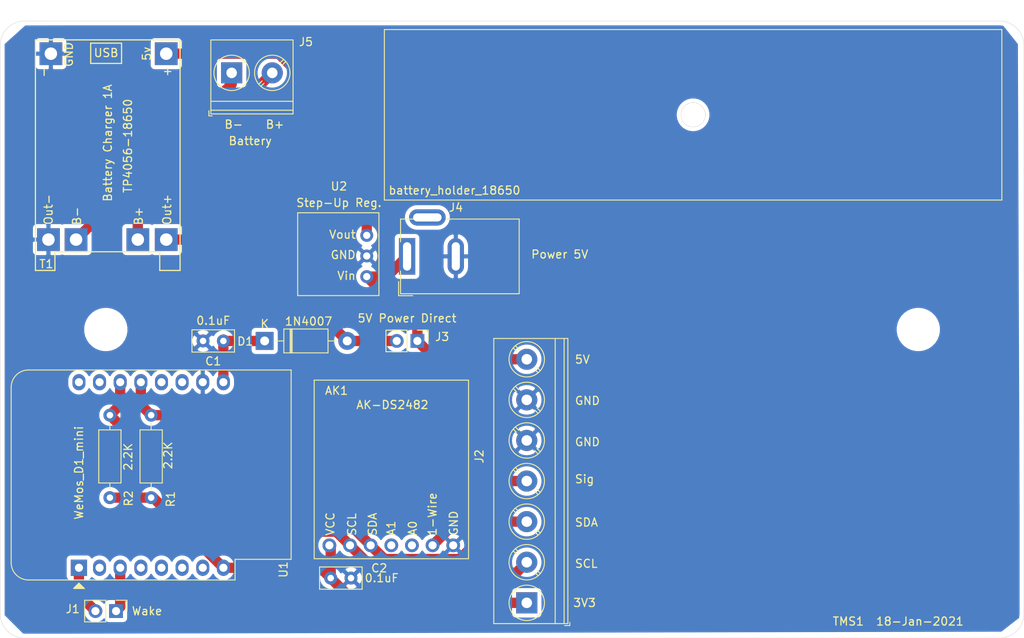
<source format=kicad_pcb>
(kicad_pcb (version 20171130) (host pcbnew "(5.1.9)-1")

  (general
    (thickness 1.6)
    (drawings 18)
    (tracks 50)
    (zones 0)
    (modules 17)
    (nets 25)
  )

  (page A4)
  (layers
    (0 F.Cu signal)
    (31 B.Cu signal)
    (32 B.Adhes user)
    (33 F.Adhes user)
    (34 B.Paste user)
    (35 F.Paste user)
    (36 B.SilkS user)
    (37 F.SilkS user)
    (38 B.Mask user)
    (39 F.Mask user)
    (40 Dwgs.User user)
    (41 Cmts.User user)
    (42 Eco1.User user)
    (43 Eco2.User user)
    (44 Edge.Cuts user)
    (45 Margin user)
    (46 B.CrtYd user)
    (47 F.CrtYd user)
    (48 B.Fab user)
    (49 F.Fab user)
  )

  (setup
    (last_trace_width 1.27)
    (trace_clearance 0.2)
    (zone_clearance 0.508)
    (zone_45_only no)
    (trace_min 0.2)
    (via_size 0.8)
    (via_drill 0.4)
    (via_min_size 0.4)
    (via_min_drill 0.3)
    (uvia_size 0.3)
    (uvia_drill 0.1)
    (uvias_allowed no)
    (uvia_min_size 0.2)
    (uvia_min_drill 0.1)
    (edge_width 0.05)
    (segment_width 0.2)
    (pcb_text_width 0.3)
    (pcb_text_size 1.5 1.5)
    (mod_edge_width 0.12)
    (mod_text_size 1 1)
    (mod_text_width 0.15)
    (pad_size 4.5 4.5)
    (pad_drill 4.5)
    (pad_to_mask_clearance 0)
    (aux_axis_origin 0 0)
    (visible_elements 7FFFFFFF)
    (pcbplotparams
      (layerselection 0x010fc_ffffffff)
      (usegerberextensions false)
      (usegerberattributes true)
      (usegerberadvancedattributes true)
      (creategerberjobfile true)
      (excludeedgelayer true)
      (linewidth 0.100000)
      (plotframeref false)
      (viasonmask false)
      (mode 1)
      (useauxorigin false)
      (hpglpennumber 1)
      (hpglpenspeed 20)
      (hpglpendiameter 15.000000)
      (psnegative false)
      (psa4output false)
      (plotreference true)
      (plotvalue true)
      (plotinvisibletext false)
      (padsonsilk false)
      (subtractmaskfromsilk false)
      (outputformat 1)
      (mirror false)
      (drillshape 0)
      (scaleselection 1)
      (outputdirectory "Gerbers/"))
  )

  (net 0 "")
  (net 1 GND)
  (net 2 "Net-(AK1-Pad6)")
  (net 3 "Net-(AK1-Pad5)")
  (net 4 "Net-(AK1-Pad4)")
  (net 5 "Net-(AK1-Pad3)")
  (net 6 "Net-(AK1-Pad2)")
  (net 7 "Net-(AK1-Pad1)")
  (net 8 "Net-(C1-Pad1)")
  (net 9 "Net-(J1-Pad2)")
  (net 10 "Net-(J1-Pad1)")
  (net 11 "Net-(U1-Pad16)")
  (net 12 "Net-(U1-Pad15)")
  (net 13 "Net-(U1-Pad12)")
  (net 14 "Net-(U1-Pad11)")
  (net 15 "Net-(U1-Pad7)")
  (net 16 "Net-(U1-Pad6)")
  (net 17 "Net-(U1-Pad5)")
  (net 18 "Net-(U1-Pad4)")
  (net 19 "Net-(U1-Pad2)")
  (net 20 "Net-(T1-Pad1)")
  (net 21 "Net-(D1-Pad2)")
  (net 22 "Net-(J2-Pad7)")
  (net 23 "Net-(J5-Pad2)")
  (net 24 "Net-(J5-Pad1)")

  (net_class Default "This is the default net class."
    (clearance 0.2)
    (trace_width 1.27)
    (via_dia 0.8)
    (via_drill 0.4)
    (uvia_dia 0.3)
    (uvia_drill 0.1)
    (add_net GND)
    (add_net "Net-(AK1-Pad1)")
    (add_net "Net-(AK1-Pad2)")
    (add_net "Net-(AK1-Pad3)")
    (add_net "Net-(AK1-Pad4)")
    (add_net "Net-(AK1-Pad5)")
    (add_net "Net-(AK1-Pad6)")
    (add_net "Net-(C1-Pad1)")
    (add_net "Net-(D1-Pad2)")
    (add_net "Net-(J1-Pad1)")
    (add_net "Net-(J1-Pad2)")
    (add_net "Net-(J2-Pad7)")
    (add_net "Net-(J5-Pad1)")
    (add_net "Net-(J5-Pad2)")
    (add_net "Net-(T1-Pad1)")
    (add_net "Net-(U1-Pad11)")
    (add_net "Net-(U1-Pad12)")
    (add_net "Net-(U1-Pad15)")
    (add_net "Net-(U1-Pad16)")
    (add_net "Net-(U1-Pad2)")
    (add_net "Net-(U1-Pad4)")
    (add_net "Net-(U1-Pad5)")
    (add_net "Net-(U1-Pad6)")
    (add_net "Net-(U1-Pad7)")
  )

  (module TerminalBlock_Phoenix:TerminalBlock_Phoenix_PT-1,5-2-5.0-H_1x02_P5.00mm_Horizontal (layer F.Cu) (tedit 5B294F69) (tstamp 6006DE0E)
    (at 78.486 56.388)
    (descr "Terminal Block Phoenix PT-1,5-2-5.0-H, 2 pins, pitch 5mm, size 10x9mm^2, drill diamater 1.3mm, pad diameter 2.6mm, see http://www.mouser.com/ds/2/324/ItemDetail_1935161-922578.pdf, script-generated using https://github.com/pointhi/kicad-footprint-generator/scripts/TerminalBlock_Phoenix")
    (tags "THT Terminal Block Phoenix PT-1,5-2-5.0-H pitch 5mm size 10x9mm^2 drill 1.3mm pad 2.6mm")
    (path /60065F9A)
    (fp_text reference J5 (at 9.144 -3.81) (layer F.SilkS)
      (effects (font (size 1 1) (thickness 0.15)))
    )
    (fp_text value Battery (at 2.286 8.382) (layer F.SilkS)
      (effects (font (size 1 1) (thickness 0.15)))
    )
    (fp_text user %R (at 2.5 2.9) (layer F.Fab)
      (effects (font (size 1 1) (thickness 0.15)))
    )
    (fp_circle (center 0 0) (end 2 0) (layer F.Fab) (width 0.1))
    (fp_circle (center 0 0) (end 2.18 0) (layer F.SilkS) (width 0.12))
    (fp_circle (center 5 0) (end 7 0) (layer F.Fab) (width 0.1))
    (fp_circle (center 5 0) (end 7.18 0) (layer F.SilkS) (width 0.12))
    (fp_line (start -2.5 -4) (end 7.5 -4) (layer F.Fab) (width 0.1))
    (fp_line (start 7.5 -4) (end 7.5 5) (layer F.Fab) (width 0.1))
    (fp_line (start 7.5 5) (end -2.1 5) (layer F.Fab) (width 0.1))
    (fp_line (start -2.1 5) (end -2.5 4.6) (layer F.Fab) (width 0.1))
    (fp_line (start -2.5 4.6) (end -2.5 -4) (layer F.Fab) (width 0.1))
    (fp_line (start -2.5 4.6) (end 7.5 4.6) (layer F.Fab) (width 0.1))
    (fp_line (start -2.56 4.6) (end 7.56 4.6) (layer F.SilkS) (width 0.12))
    (fp_line (start -2.5 3.5) (end 7.5 3.5) (layer F.Fab) (width 0.1))
    (fp_line (start -2.56 3.5) (end 7.56 3.5) (layer F.SilkS) (width 0.12))
    (fp_line (start -2.56 -4.06) (end 7.56 -4.06) (layer F.SilkS) (width 0.12))
    (fp_line (start -2.56 5.06) (end 7.56 5.06) (layer F.SilkS) (width 0.12))
    (fp_line (start -2.56 -4.06) (end -2.56 5.06) (layer F.SilkS) (width 0.12))
    (fp_line (start 7.56 -4.06) (end 7.56 5.06) (layer F.SilkS) (width 0.12))
    (fp_line (start 1.517 -1.273) (end -1.273 1.517) (layer F.Fab) (width 0.1))
    (fp_line (start 1.273 -1.517) (end -1.517 1.273) (layer F.Fab) (width 0.1))
    (fp_line (start 1.654 -1.388) (end 1.547 -1.281) (layer F.SilkS) (width 0.12))
    (fp_line (start -1.282 1.547) (end -1.388 1.654) (layer F.SilkS) (width 0.12))
    (fp_line (start 1.388 -1.654) (end 1.281 -1.547) (layer F.SilkS) (width 0.12))
    (fp_line (start -1.548 1.281) (end -1.654 1.388) (layer F.SilkS) (width 0.12))
    (fp_line (start 6.517 -1.273) (end 3.728 1.517) (layer F.Fab) (width 0.1))
    (fp_line (start 6.273 -1.517) (end 3.484 1.273) (layer F.Fab) (width 0.1))
    (fp_line (start 6.654 -1.388) (end 6.259 -0.992) (layer F.SilkS) (width 0.12))
    (fp_line (start 3.993 1.274) (end 3.613 1.654) (layer F.SilkS) (width 0.12))
    (fp_line (start 6.388 -1.654) (end 6.008 -1.274) (layer F.SilkS) (width 0.12))
    (fp_line (start 3.742 0.992) (end 3.347 1.388) (layer F.SilkS) (width 0.12))
    (fp_line (start -2.8 4.66) (end -2.8 5.3) (layer F.SilkS) (width 0.12))
    (fp_line (start -2.8 5.3) (end -2.4 5.3) (layer F.SilkS) (width 0.12))
    (fp_line (start -3 -4.5) (end -3 5.5) (layer F.CrtYd) (width 0.05))
    (fp_line (start -3 5.5) (end 8 5.5) (layer F.CrtYd) (width 0.05))
    (fp_line (start 8 5.5) (end 8 -4.5) (layer F.CrtYd) (width 0.05))
    (fp_line (start 8 -4.5) (end -3 -4.5) (layer F.CrtYd) (width 0.05))
    (pad 2 thru_hole circle (at 5 0) (size 2.6 2.6) (drill 1.3) (layers *.Cu *.Mask)
      (net 23 "Net-(J5-Pad2)"))
    (pad 1 thru_hole rect (at 0 0) (size 2.6 2.6) (drill 1.3) (layers *.Cu *.Mask)
      (net 24 "Net-(J5-Pad1)"))
    (model ${KISYS3DMOD}/TerminalBlock_Phoenix.3dshapes/TerminalBlock_Phoenix_PT-1,5-2-5.0-H_1x02_P5.00mm_Horizontal.wrl
      (at (xyz 0 0 0))
      (scale (xyz 1 1 1))
      (rotate (xyz 0 0 0))
    )
  )

  (module TerminalBlock_Phoenix:TerminalBlock_Phoenix_PT-1,5-7-5.0-H_1x07_P5.00mm_Horizontal (layer F.Cu) (tedit 5B294F6D) (tstamp 6006DD78)
    (at 114.808 121.666 90)
    (descr "Terminal Block Phoenix PT-1,5-7-5.0-H, 7 pins, pitch 5mm, size 35x9mm^2, drill diamater 1.3mm, pad diameter 2.6mm, see http://www.mouser.com/ds/2/324/ItemDetail_1935161-922578.pdf, script-generated using https://github.com/pointhi/kicad-footprint-generator/scripts/TerminalBlock_Phoenix")
    (tags "THT Terminal Block Phoenix PT-1,5-7-5.0-H pitch 5mm size 35x9mm^2 drill 1.3mm pad 2.6mm")
    (path /60066E78)
    (fp_text reference J2 (at 18.034 -5.842 90) (layer F.SilkS)
      (effects (font (size 1 1) (thickness 0.15)))
    )
    (fp_text value Screw_Terminal_01x07 (at 14.986 4.064 90) (layer F.Fab)
      (effects (font (size 1 1) (thickness 0.15)))
    )
    (fp_text user %R (at 15 2.9 90) (layer F.Fab)
      (effects (font (size 1 1) (thickness 0.15)))
    )
    (fp_circle (center 0 0) (end 2 0) (layer F.Fab) (width 0.1))
    (fp_circle (center 0 0) (end 2.18 0) (layer F.SilkS) (width 0.12))
    (fp_circle (center 5 0) (end 7 0) (layer F.Fab) (width 0.1))
    (fp_circle (center 5 0) (end 7.18 0) (layer F.SilkS) (width 0.12))
    (fp_circle (center 10 0) (end 12 0) (layer F.Fab) (width 0.1))
    (fp_circle (center 10 0) (end 12.18 0) (layer F.SilkS) (width 0.12))
    (fp_circle (center 15 0) (end 17 0) (layer F.Fab) (width 0.1))
    (fp_circle (center 15 0) (end 17.18 0) (layer F.SilkS) (width 0.12))
    (fp_circle (center 20 0) (end 22 0) (layer F.Fab) (width 0.1))
    (fp_circle (center 20 0) (end 22.18 0) (layer F.SilkS) (width 0.12))
    (fp_circle (center 25 0) (end 27 0) (layer F.Fab) (width 0.1))
    (fp_circle (center 25 0) (end 27.18 0) (layer F.SilkS) (width 0.12))
    (fp_circle (center 30 0) (end 32 0) (layer F.Fab) (width 0.1))
    (fp_circle (center 30 0) (end 32.18 0) (layer F.SilkS) (width 0.12))
    (fp_line (start -2.5 -4) (end 32.5 -4) (layer F.Fab) (width 0.1))
    (fp_line (start 32.5 -4) (end 32.5 5) (layer F.Fab) (width 0.1))
    (fp_line (start 32.5 5) (end -2.1 5) (layer F.Fab) (width 0.1))
    (fp_line (start -2.1 5) (end -2.5 4.6) (layer F.Fab) (width 0.1))
    (fp_line (start -2.5 4.6) (end -2.5 -4) (layer F.Fab) (width 0.1))
    (fp_line (start -2.5 4.6) (end 32.5 4.6) (layer F.Fab) (width 0.1))
    (fp_line (start -2.56 4.6) (end 32.56 4.6) (layer F.SilkS) (width 0.12))
    (fp_line (start -2.5 3.5) (end 32.5 3.5) (layer F.Fab) (width 0.1))
    (fp_line (start -2.56 3.5) (end 32.56 3.5) (layer F.SilkS) (width 0.12))
    (fp_line (start -2.56 -4.06) (end 32.56 -4.06) (layer F.SilkS) (width 0.12))
    (fp_line (start -2.56 5.06) (end 32.56 5.06) (layer F.SilkS) (width 0.12))
    (fp_line (start -2.56 -4.06) (end -2.56 5.06) (layer F.SilkS) (width 0.12))
    (fp_line (start 32.56 -4.06) (end 32.56 5.06) (layer F.SilkS) (width 0.12))
    (fp_line (start 1.517 -1.273) (end -1.273 1.517) (layer F.Fab) (width 0.1))
    (fp_line (start 1.273 -1.517) (end -1.517 1.273) (layer F.Fab) (width 0.1))
    (fp_line (start 1.654 -1.388) (end 1.547 -1.281) (layer F.SilkS) (width 0.12))
    (fp_line (start -1.282 1.547) (end -1.388 1.654) (layer F.SilkS) (width 0.12))
    (fp_line (start 1.388 -1.654) (end 1.281 -1.547) (layer F.SilkS) (width 0.12))
    (fp_line (start -1.548 1.281) (end -1.654 1.388) (layer F.SilkS) (width 0.12))
    (fp_line (start 6.517 -1.273) (end 3.728 1.517) (layer F.Fab) (width 0.1))
    (fp_line (start 6.273 -1.517) (end 3.484 1.273) (layer F.Fab) (width 0.1))
    (fp_line (start 6.654 -1.388) (end 6.259 -0.992) (layer F.SilkS) (width 0.12))
    (fp_line (start 3.993 1.274) (end 3.613 1.654) (layer F.SilkS) (width 0.12))
    (fp_line (start 6.388 -1.654) (end 6.008 -1.274) (layer F.SilkS) (width 0.12))
    (fp_line (start 3.742 0.992) (end 3.347 1.388) (layer F.SilkS) (width 0.12))
    (fp_line (start 11.517 -1.273) (end 8.728 1.517) (layer F.Fab) (width 0.1))
    (fp_line (start 11.273 -1.517) (end 8.484 1.273) (layer F.Fab) (width 0.1))
    (fp_line (start 11.654 -1.388) (end 11.259 -0.992) (layer F.SilkS) (width 0.12))
    (fp_line (start 8.993 1.274) (end 8.613 1.654) (layer F.SilkS) (width 0.12))
    (fp_line (start 11.388 -1.654) (end 11.008 -1.274) (layer F.SilkS) (width 0.12))
    (fp_line (start 8.742 0.992) (end 8.347 1.388) (layer F.SilkS) (width 0.12))
    (fp_line (start 16.517 -1.273) (end 13.728 1.517) (layer F.Fab) (width 0.1))
    (fp_line (start 16.273 -1.517) (end 13.484 1.273) (layer F.Fab) (width 0.1))
    (fp_line (start 16.654 -1.388) (end 16.259 -0.992) (layer F.SilkS) (width 0.12))
    (fp_line (start 13.993 1.274) (end 13.613 1.654) (layer F.SilkS) (width 0.12))
    (fp_line (start 16.388 -1.654) (end 16.008 -1.274) (layer F.SilkS) (width 0.12))
    (fp_line (start 13.742 0.992) (end 13.347 1.388) (layer F.SilkS) (width 0.12))
    (fp_line (start 21.517 -1.273) (end 18.728 1.517) (layer F.Fab) (width 0.1))
    (fp_line (start 21.273 -1.517) (end 18.484 1.273) (layer F.Fab) (width 0.1))
    (fp_line (start 21.654 -1.388) (end 21.259 -0.992) (layer F.SilkS) (width 0.12))
    (fp_line (start 18.993 1.274) (end 18.613 1.654) (layer F.SilkS) (width 0.12))
    (fp_line (start 21.388 -1.654) (end 21.008 -1.274) (layer F.SilkS) (width 0.12))
    (fp_line (start 18.742 0.992) (end 18.347 1.388) (layer F.SilkS) (width 0.12))
    (fp_line (start 26.517 -1.273) (end 23.728 1.517) (layer F.Fab) (width 0.1))
    (fp_line (start 26.273 -1.517) (end 23.484 1.273) (layer F.Fab) (width 0.1))
    (fp_line (start 26.654 -1.388) (end 26.259 -0.992) (layer F.SilkS) (width 0.12))
    (fp_line (start 23.993 1.274) (end 23.613 1.654) (layer F.SilkS) (width 0.12))
    (fp_line (start 26.388 -1.654) (end 26.008 -1.274) (layer F.SilkS) (width 0.12))
    (fp_line (start 23.742 0.992) (end 23.347 1.388) (layer F.SilkS) (width 0.12))
    (fp_line (start 31.517 -1.273) (end 28.728 1.517) (layer F.Fab) (width 0.1))
    (fp_line (start 31.273 -1.517) (end 28.484 1.273) (layer F.Fab) (width 0.1))
    (fp_line (start 31.654 -1.388) (end 31.259 -0.992) (layer F.SilkS) (width 0.12))
    (fp_line (start 28.993 1.274) (end 28.613 1.654) (layer F.SilkS) (width 0.12))
    (fp_line (start 31.388 -1.654) (end 31.008 -1.274) (layer F.SilkS) (width 0.12))
    (fp_line (start 28.742 0.992) (end 28.347 1.388) (layer F.SilkS) (width 0.12))
    (fp_line (start -2.8 4.66) (end -2.8 5.3) (layer F.SilkS) (width 0.12))
    (fp_line (start -2.8 5.3) (end -2.4 5.3) (layer F.SilkS) (width 0.12))
    (fp_line (start -3 -4.5) (end -3 5.5) (layer F.CrtYd) (width 0.05))
    (fp_line (start -3 5.5) (end 33 5.5) (layer F.CrtYd) (width 0.05))
    (fp_line (start 33 5.5) (end 33 -4.5) (layer F.CrtYd) (width 0.05))
    (fp_line (start 33 -4.5) (end -3 -4.5) (layer F.CrtYd) (width 0.05))
    (pad 7 thru_hole circle (at 30 0 90) (size 2.6 2.6) (drill 1.3) (layers *.Cu *.Mask)
      (net 22 "Net-(J2-Pad7)"))
    (pad 6 thru_hole circle (at 25 0 90) (size 2.6 2.6) (drill 1.3) (layers *.Cu *.Mask)
      (net 1 GND))
    (pad 5 thru_hole circle (at 20 0 90) (size 2.6 2.6) (drill 1.3) (layers *.Cu *.Mask)
      (net 1 GND))
    (pad 4 thru_hole circle (at 15 0 90) (size 2.6 2.6) (drill 1.3) (layers *.Cu *.Mask)
      (net 2 "Net-(AK1-Pad6)"))
    (pad 3 thru_hole circle (at 10 0 90) (size 2.6 2.6) (drill 1.3) (layers *.Cu *.Mask)
      (net 5 "Net-(AK1-Pad3)"))
    (pad 2 thru_hole circle (at 5 0 90) (size 2.6 2.6) (drill 1.3) (layers *.Cu *.Mask)
      (net 6 "Net-(AK1-Pad2)"))
    (pad 1 thru_hole rect (at 0 0 90) (size 2.6 2.6) (drill 1.3) (layers *.Cu *.Mask)
      (net 7 "Net-(AK1-Pad1)"))
    (model ${KISYS3DMOD}/TerminalBlock_Phoenix.3dshapes/TerminalBlock_Phoenix_PT-1,5-7-5.0-H_1x07_P5.00mm_Horizontal.wrl
      (at (xyz 0 0 0))
      (scale (xyz 1 1 1))
      (rotate (xyz 0 0 0))
    )
  )

  (module MountingHole:MountingHole_4.3mm_M4 (layer F.Cu) (tedit 56D1B4CB) (tstamp 6006D333)
    (at 163 88)
    (descr "Mounting Hole 4.3mm, no annular, M4")
    (tags "mounting hole 4.3mm no annular m4")
    (attr virtual)
    (fp_text reference " " (at 0 -5.3) (layer F.SilkS)
      (effects (font (size 1 1) (thickness 0.15)))
    )
    (fp_text value " " (at 0 5.3) (layer F.Fab)
      (effects (font (size 1 1) (thickness 0.15)))
    )
    (fp_circle (center 0 0) (end 4.55 0) (layer F.CrtYd) (width 0.05))
    (fp_circle (center 0 0) (end 4.3 0) (layer Cmts.User) (width 0.15))
    (fp_text user %R (at 0.3 0) (layer F.Fab)
      (effects (font (size 1 1) (thickness 0.15)))
    )
    (pad 1 np_thru_hole circle (at 0 0) (size 4.3 4.3) (drill 4.3) (layers *.Cu *.Mask))
  )

  (module MountingHole:MountingHole_4.3mm_M4 (layer F.Cu) (tedit 56D1B4CB) (tstamp 6006D30A)
    (at 63 88)
    (descr "Mounting Hole 4.3mm, no annular, M4")
    (tags "mounting hole 4.3mm no annular m4")
    (attr virtual)
    (fp_text reference " " (at 0 -5.3) (layer F.SilkS)
      (effects (font (size 1 1) (thickness 0.15)))
    )
    (fp_text value " " (at 0 5.3) (layer F.Fab)
      (effects (font (size 1 1) (thickness 0.15)))
    )
    (fp_text user %R (at 0.3 0) (layer F.Fab)
      (effects (font (size 1 1) (thickness 0.15)))
    )
    (fp_circle (center 0 0) (end 4.3 0) (layer Cmts.User) (width 0.15))
    (fp_circle (center 0 0) (end 4.55 0) (layer F.CrtYd) (width 0.05))
    (pad 1 np_thru_hole circle (at 0 0) (size 4.3 4.3) (drill 4.3) (layers *.Cu *.Mask))
  )

  (module AAAlibrary:battery_holder_18650 (layer F.Cu) (tedit 5FFA32A1) (tstamp 6006A076)
    (at 97.282 51.054)
    (fp_text reference " " (at 38.0238 -2.794) (layer F.SilkS)
      (effects (font (size 1 1) (thickness 0.15)))
    )
    (fp_text value battery_holder_18650 (at 8.636 19.812) (layer F.SilkS)
      (effects (font (size 1 1) (thickness 0.15)))
    )
    (fp_line (start 0 0) (end 0 21) (layer F.SilkS) (width 0.12))
    (fp_line (start 0 21) (end 76 21) (layer F.SilkS) (width 0.12))
    (fp_line (start 76 0) (end 76 21) (layer F.SilkS) (width 0.12))
    (fp_line (start 0 0) (end 76 0) (layer F.SilkS) (width 0.12))
    (pad 1 thru_hole circle (at 38 10.5) (size 3 3) (drill 3) (layers *.Cu *.Mask))
  )

  (module Diode_THT:D_DO-41_SOD81_P10.16mm_Horizontal (layer F.Cu) (tedit 5AE50CD5) (tstamp 6004CA90)
    (at 82.55 89.408)
    (descr "Diode, DO-41_SOD81 series, Axial, Horizontal, pin pitch=10.16mm, , length*diameter=5.2*2.7mm^2, , http://www.diodes.com/_files/packages/DO-41%20(Plastic).pdf")
    (tags "Diode DO-41_SOD81 series Axial Horizontal pin pitch 10.16mm  length 5.2mm diameter 2.7mm")
    (path /60097C6D)
    (fp_text reference D1 (at -2.39268 0.05588) (layer F.SilkS)
      (effects (font (size 1 1) (thickness 0.15)))
    )
    (fp_text value 1N4007 (at 5.4102 -2.40792) (layer F.SilkS)
      (effects (font (size 1 1) (thickness 0.15)))
    )
    (fp_line (start 2.48 -1.35) (end 2.48 1.35) (layer F.Fab) (width 0.1))
    (fp_line (start 2.48 1.35) (end 7.68 1.35) (layer F.Fab) (width 0.1))
    (fp_line (start 7.68 1.35) (end 7.68 -1.35) (layer F.Fab) (width 0.1))
    (fp_line (start 7.68 -1.35) (end 2.48 -1.35) (layer F.Fab) (width 0.1))
    (fp_line (start 0 0) (end 2.48 0) (layer F.Fab) (width 0.1))
    (fp_line (start 10.16 0) (end 7.68 0) (layer F.Fab) (width 0.1))
    (fp_line (start 3.26 -1.35) (end 3.26 1.35) (layer F.Fab) (width 0.1))
    (fp_line (start 3.36 -1.35) (end 3.36 1.35) (layer F.Fab) (width 0.1))
    (fp_line (start 3.16 -1.35) (end 3.16 1.35) (layer F.Fab) (width 0.1))
    (fp_line (start 2.36 -1.47) (end 2.36 1.47) (layer F.SilkS) (width 0.12))
    (fp_line (start 2.36 1.47) (end 7.8 1.47) (layer F.SilkS) (width 0.12))
    (fp_line (start 7.8 1.47) (end 7.8 -1.47) (layer F.SilkS) (width 0.12))
    (fp_line (start 7.8 -1.47) (end 2.36 -1.47) (layer F.SilkS) (width 0.12))
    (fp_line (start 1.34 0) (end 2.36 0) (layer F.SilkS) (width 0.12))
    (fp_line (start 8.82 0) (end 7.8 0) (layer F.SilkS) (width 0.12))
    (fp_line (start 3.26 -1.47) (end 3.26 1.47) (layer F.SilkS) (width 0.12))
    (fp_line (start 3.38 -1.47) (end 3.38 1.47) (layer F.SilkS) (width 0.12))
    (fp_line (start 3.14 -1.47) (end 3.14 1.47) (layer F.SilkS) (width 0.12))
    (fp_line (start -1.35 -1.6) (end -1.35 1.6) (layer F.CrtYd) (width 0.05))
    (fp_line (start -1.35 1.6) (end 11.51 1.6) (layer F.CrtYd) (width 0.05))
    (fp_line (start 11.51 1.6) (end 11.51 -1.6) (layer F.CrtYd) (width 0.05))
    (fp_line (start 11.51 -1.6) (end -1.35 -1.6) (layer F.CrtYd) (width 0.05))
    (fp_text user K (at 0 -2.1) (layer F.SilkS)
      (effects (font (size 1 1) (thickness 0.15)))
    )
    (fp_text user K (at 0 -2.1) (layer F.Fab)
      (effects (font (size 1 1) (thickness 0.15)))
    )
    (fp_text user %R (at 5.47 0) (layer F.Fab)
      (effects (font (size 1 1) (thickness 0.15)))
    )
    (pad 2 thru_hole oval (at 10.16 0) (size 2.2 2.2) (drill 1.1) (layers *.Cu *.Mask)
      (net 21 "Net-(D1-Pad2)"))
    (pad 1 thru_hole rect (at 0 0) (size 2.2 2.2) (drill 1.1) (layers *.Cu *.Mask)
      (net 8 "Net-(C1-Pad1)"))
    (model ${KISYS3DMOD}/Diode_THT.3dshapes/D_DO-41_SOD81_P10.16mm_Horizontal.wrl
      (at (xyz 0 0 0))
      (scale (xyz 1 1 1))
      (rotate (xyz 0 0 0))
    )
  )

  (module Connector_PinHeader_2.54mm:PinHeader_1x02_P2.54mm_Vertical (layer F.Cu) (tedit 59FED5CC) (tstamp 6004C34F)
    (at 101.346 89.408 270)
    (descr "Through hole straight pin header, 1x02, 2.54mm pitch, single row")
    (tags "Through hole pin header THT 1x02 2.54mm single row")
    (path /6009347B)
    (fp_text reference J3 (at -0.508 -3.048 180) (layer F.SilkS)
      (effects (font (size 1 1) (thickness 0.15)))
    )
    (fp_text value "5V Power Direct" (at -2.794 1.27 180) (layer F.SilkS)
      (effects (font (size 1 1) (thickness 0.15)))
    )
    (fp_line (start -0.635 -1.27) (end 1.27 -1.27) (layer F.Fab) (width 0.1))
    (fp_line (start 1.27 -1.27) (end 1.27 3.81) (layer F.Fab) (width 0.1))
    (fp_line (start 1.27 3.81) (end -1.27 3.81) (layer F.Fab) (width 0.1))
    (fp_line (start -1.27 3.81) (end -1.27 -0.635) (layer F.Fab) (width 0.1))
    (fp_line (start -1.27 -0.635) (end -0.635 -1.27) (layer F.Fab) (width 0.1))
    (fp_line (start -1.33 3.87) (end 1.33 3.87) (layer F.SilkS) (width 0.12))
    (fp_line (start -1.33 1.27) (end -1.33 3.87) (layer F.SilkS) (width 0.12))
    (fp_line (start 1.33 1.27) (end 1.33 3.87) (layer F.SilkS) (width 0.12))
    (fp_line (start -1.33 1.27) (end 1.33 1.27) (layer F.SilkS) (width 0.12))
    (fp_line (start -1.33 0) (end -1.33 -1.33) (layer F.SilkS) (width 0.12))
    (fp_line (start -1.33 -1.33) (end 0 -1.33) (layer F.SilkS) (width 0.12))
    (fp_line (start -1.8 -1.8) (end -1.8 4.35) (layer F.CrtYd) (width 0.05))
    (fp_line (start -1.8 4.35) (end 1.8 4.35) (layer F.CrtYd) (width 0.05))
    (fp_line (start 1.8 4.35) (end 1.8 -1.8) (layer F.CrtYd) (width 0.05))
    (fp_line (start 1.8 -1.8) (end -1.8 -1.8) (layer F.CrtYd) (width 0.05))
    (fp_text user %R (at 0 1.27) (layer F.Fab)
      (effects (font (size 1 1) (thickness 0.15)))
    )
    (pad 2 thru_hole oval (at 0 2.54 270) (size 1.7 1.7) (drill 1) (layers *.Cu *.Mask)
      (net 21 "Net-(D1-Pad2)"))
    (pad 1 thru_hole rect (at 0 0 270) (size 1.7 1.7) (drill 1) (layers *.Cu *.Mask)
      (net 22 "Net-(J2-Pad7)"))
    (model ${KISYS3DMOD}/Connector_PinHeader_2.54mm.3dshapes/PinHeader_1x02_P2.54mm_Vertical.wrl
      (at (xyz 0 0 0))
      (scale (xyz 1 1 1))
      (rotate (xyz 0 0 0))
    )
  )

  (module AAAlibrary:Uxcell_DC_power_jack (layer F.Cu) (tedit 5FAF6909) (tstamp 60047792)
    (at 100.076 78.994 90)
    (descr https://www.amazon.ca/gp/product/B00MJVIFS2/ref=ppx_yo_dt_b_asin_title_o04_s00?ie=UTF8&psc=1)
    (tags "Power Jack")
    (path /60048021)
    (fp_text reference J4 (at 6.0198 6.0198) (layer F.SilkS)
      (effects (font (size 1 1) (thickness 0.15)))
    )
    (fp_text value "Power 5V" (at 0.254 18.796) (layer F.SilkS)
      (effects (font (size 1 1) (thickness 0.15)))
    )
    (fp_line (start 1.8 -1.8) (end 1.8 -1.2) (layer F.CrtYd) (width 0.05))
    (fp_line (start 1.8 -1.2) (end 5 -1.2) (layer F.CrtYd) (width 0.05))
    (fp_line (start 5 -1.2) (end 5 1.2) (layer F.CrtYd) (width 0.05))
    (fp_line (start 5 1.2) (end 6.5 1.2) (layer F.CrtYd) (width 0.05))
    (fp_line (start 6.5 1.2) (end 6.5 4.8) (layer F.CrtYd) (width 0.05))
    (fp_line (start 6.5 4.8) (end 5 4.8) (layer F.CrtYd) (width 0.05))
    (fp_line (start 5 4.8) (end 5 14.2) (layer F.CrtYd) (width 0.05))
    (fp_line (start 5 14.2) (end -5 14.2) (layer F.CrtYd) (width 0.05))
    (fp_line (start -5 14.2) (end -5 -1.2) (layer F.CrtYd) (width 0.05))
    (fp_line (start -5 -1.2) (end -1.8 -1.2) (layer F.CrtYd) (width 0.05))
    (fp_line (start -1.8 -1.2) (end -1.8 -1.8) (layer F.CrtYd) (width 0.05))
    (fp_line (start -1.8 -1.8) (end 1.8 -1.8) (layer F.CrtYd) (width 0.05))
    (fp_line (start 4.6 4.8) (end 4.6 13.8) (layer F.SilkS) (width 0.12))
    (fp_line (start 4.6 13.8) (end -4.6 13.8) (layer F.SilkS) (width 0.12))
    (fp_line (start -4.6 13.8) (end -4.6 -0.8) (layer F.SilkS) (width 0.12))
    (fp_line (start -4.6 -0.8) (end -1.8 -0.8) (layer F.SilkS) (width 0.12))
    (fp_line (start 1.8 -0.8) (end 4.6 -0.8) (layer F.SilkS) (width 0.12))
    (fp_line (start 4.6 -0.8) (end 4.6 1.2) (layer F.SilkS) (width 0.12))
    (fp_line (start -4.84 0.7) (end -4.84 -1.04) (layer F.SilkS) (width 0.12))
    (fp_line (start -4.84 -1.04) (end -3.1 -1.04) (layer F.SilkS) (width 0.12))
    (fp_line (start 4.5 -0.7) (end 4.5 13.7) (layer F.Fab) (width 0.1))
    (fp_line (start 4.5 13.7) (end -4.5 13.7) (layer F.Fab) (width 0.1))
    (fp_line (start -4.5 13.7) (end -4.5 0.3) (layer F.Fab) (width 0.1))
    (fp_line (start -4.5 0.3) (end -3.5 -0.7) (layer F.Fab) (width 0.1))
    (fp_line (start -3.5 -0.7) (end 4.5 -0.7) (layer F.Fab) (width 0.1))
    (fp_line (start -4.5 10.2) (end 4.5 10.2) (layer F.Fab) (width 0.1))
    (fp_text user %R (at 0.1524 8.636 90) (layer F.Fab)
      (effects (font (size 1 1) (thickness 0.15)))
    )
    (pad 3 thru_hole oval (at 4.8 2.5 90) (size 2 4.5) (drill oval 1 3.5) (layers *.Cu *.Mask))
    (pad 2 thru_hole oval (at 0 6 90) (size 4.5 2) (drill oval 3.5 1) (layers *.Cu *.Mask)
      (net 1 GND))
    (pad 1 thru_hole rect (at 0 0 90) (size 4.5 2) (drill oval 3.5 1) (layers *.Cu *.Mask)
      (net 22 "Net-(J2-Pad7)"))
    (model ${KISYS3DMOD}/Connector_BarrelJack.3dshapes/BarrelJack_CUI_PJ-102AH_Horizontal.wrl
      (at (xyz 0 0 0))
      (scale (xyz 1 1 1))
      (rotate (xyz 0 0 0))
    )
  )

  (module Module:WEMOS_D1_mini_light (layer F.Cu) (tedit 5BBFB1CE) (tstamp 5FF956D1)
    (at 59.69 117.348 90)
    (descr "16-pin module, column spacing 22.86 mm (900 mils), https://wiki.wemos.cc/products:d1:d1_mini, https://c1.staticflickr.com/1/734/31400410271_f278b087db_z.jpg")
    (tags "ESP8266 WiFi microcontroller")
    (path /5FF94967)
    (fp_text reference U1 (at -0.22352 25.16484 90) (layer F.SilkS)
      (effects (font (size 1 1) (thickness 0.15)))
    )
    (fp_text value WeMos_D1_mini (at 11.7 0 90) (layer F.SilkS)
      (effects (font (size 1 1) (thickness 0.15)))
    )
    (fp_line (start 1.04 26.12) (end 24.36 26.12) (layer F.SilkS) (width 0.12))
    (fp_line (start -1.5 19.22) (end -1.5 -6.21) (layer F.SilkS) (width 0.12))
    (fp_line (start 24.36 26.12) (end 24.36 -6.21) (layer F.SilkS) (width 0.12))
    (fp_line (start 22.24 -8.34) (end 0.63 -8.34) (layer F.SilkS) (width 0.12))
    (fp_line (start 1.17 25.99) (end 24.23 25.99) (layer F.Fab) (width 0.1))
    (fp_line (start 24.23 25.99) (end 24.23 -6.21) (layer F.Fab) (width 0.1))
    (fp_line (start 22.23 -8.21) (end 0.63 -8.21) (layer F.Fab) (width 0.1))
    (fp_line (start -1.37 1) (end -1.37 19.09) (layer F.Fab) (width 0.1))
    (fp_line (start -1.62 -8.46) (end 24.48 -8.46) (layer F.CrtYd) (width 0.05))
    (fp_line (start 24.48 -8.41) (end 24.48 26.24) (layer F.CrtYd) (width 0.05))
    (fp_line (start 24.48 26.24) (end -1.62 26.24) (layer F.CrtYd) (width 0.05))
    (fp_line (start -1.62 26.24) (end -1.62 -8.46) (layer F.CrtYd) (width 0.05))
    (fp_poly (pts (xy -2.54 -0.635) (xy -2.54 0.635) (xy -1.905 0)) (layer F.SilkS) (width 0.15))
    (fp_line (start -1.35 -1.4) (end 24.25 -1.4) (layer Dwgs.User) (width 0.1))
    (fp_line (start 24.25 -1.4) (end 24.25 -8.2) (layer Dwgs.User) (width 0.1))
    (fp_line (start 24.25 -8.2) (end -1.35 -8.2) (layer Dwgs.User) (width 0.1))
    (fp_line (start -1.35 -8.2) (end -1.35 -1.4) (layer Dwgs.User) (width 0.1))
    (fp_line (start -1.35 -1.4) (end 5.45 -8.2) (layer Dwgs.User) (width 0.1))
    (fp_line (start 0.65 -1.4) (end 7.45 -8.2) (layer Dwgs.User) (width 0.1))
    (fp_line (start 2.65 -1.4) (end 9.45 -8.2) (layer Dwgs.User) (width 0.1))
    (fp_line (start 4.65 -1.4) (end 11.45 -8.2) (layer Dwgs.User) (width 0.1))
    (fp_line (start 6.65 -1.4) (end 13.45 -8.2) (layer Dwgs.User) (width 0.1))
    (fp_line (start 8.65 -1.4) (end 15.45 -8.2) (layer Dwgs.User) (width 0.1))
    (fp_line (start 10.65 -1.4) (end 17.45 -8.2) (layer Dwgs.User) (width 0.1))
    (fp_line (start 12.65 -1.4) (end 19.45 -8.2) (layer Dwgs.User) (width 0.1))
    (fp_line (start 14.65 -1.4) (end 21.45 -8.2) (layer Dwgs.User) (width 0.1))
    (fp_line (start 16.65 -1.4) (end 23.45 -8.2) (layer Dwgs.User) (width 0.1))
    (fp_line (start 18.65 -1.4) (end 24.25 -7) (layer Dwgs.User) (width 0.1))
    (fp_line (start 20.65 -1.4) (end 24.25 -5) (layer Dwgs.User) (width 0.1))
    (fp_line (start 22.65 -1.4) (end 24.25 -3) (layer Dwgs.User) (width 0.1))
    (fp_line (start -1.35 -3.4) (end 3.45 -8.2) (layer Dwgs.User) (width 0.1))
    (fp_line (start -1.3 -5.45) (end 1.45 -8.2) (layer Dwgs.User) (width 0.1))
    (fp_line (start -1.35 -7.4) (end -0.55 -8.2) (layer Dwgs.User) (width 0.1))
    (fp_line (start -1.37 19.09) (end 1.17 19.09) (layer F.Fab) (width 0.1))
    (fp_line (start 1.17 19.09) (end 1.17 25.99) (layer F.Fab) (width 0.1))
    (fp_line (start -1.37 -6.21) (end -1.37 -1) (layer F.Fab) (width 0.1))
    (fp_line (start -1.37 1) (end -0.37 0) (layer F.Fab) (width 0.1))
    (fp_line (start -0.37 0) (end -1.37 -1) (layer F.Fab) (width 0.1))
    (fp_line (start -1.5 19.22) (end 1.04 19.22) (layer F.SilkS) (width 0.12))
    (fp_line (start 1.04 19.22) (end 1.04 26.12) (layer F.SilkS) (width 0.12))
    (fp_text user "No copper" (at 11.43 -3.81 90) (layer Cmts.User)
      (effects (font (size 1 1) (thickness 0.15)))
    )
    (fp_text user "KEEP OUT" (at 11.43 -6.35 90) (layer Cmts.User)
      (effects (font (size 1 1) (thickness 0.15)))
    )
    (fp_arc (start 22.23 -6.21) (end 24.36 -6.21) (angle -90) (layer F.SilkS) (width 0.12))
    (fp_arc (start 0.63 -6.21) (end 0.63 -8.34) (angle -90) (layer F.SilkS) (width 0.12))
    (fp_arc (start 22.23 -6.21) (end 24.23 -6.19) (angle -90) (layer F.Fab) (width 0.1))
    (fp_arc (start 0.63 -6.21) (end 0.63 -8.21) (angle -90) (layer F.Fab) (width 0.1))
    (fp_text user %R (at 3.2512 18.22048 90) (layer F.Fab)
      (effects (font (size 1 1) (thickness 0.15)))
    )
    (pad 16 thru_hole oval (at 22.86 0 90) (size 2 1.6) (drill 1) (layers *.Cu *.Mask)
      (net 11 "Net-(U1-Pad16)"))
    (pad 15 thru_hole oval (at 22.86 2.54 90) (size 2 1.6) (drill 1) (layers *.Cu *.Mask)
      (net 12 "Net-(U1-Pad15)"))
    (pad 14 thru_hole oval (at 22.86 5.08 90) (size 2 1.6) (drill 1) (layers *.Cu *.Mask)
      (net 6 "Net-(AK1-Pad2)"))
    (pad 13 thru_hole oval (at 22.86 7.62 90) (size 2 1.6) (drill 1) (layers *.Cu *.Mask)
      (net 5 "Net-(AK1-Pad3)"))
    (pad 12 thru_hole oval (at 22.86 10.16 90) (size 2 1.6) (drill 1) (layers *.Cu *.Mask)
      (net 13 "Net-(U1-Pad12)"))
    (pad 11 thru_hole oval (at 22.86 12.7 90) (size 2 1.6) (drill 1) (layers *.Cu *.Mask)
      (net 14 "Net-(U1-Pad11)"))
    (pad 10 thru_hole oval (at 22.86 15.24 90) (size 2 1.6) (drill 1) (layers *.Cu *.Mask)
      (net 1 GND))
    (pad 9 thru_hole oval (at 22.86 17.78 90) (size 2 1.6) (drill 1) (layers *.Cu *.Mask)
      (net 8 "Net-(C1-Pad1)"))
    (pad 8 thru_hole oval (at 0 17.78 90) (size 2 1.6) (drill 1) (layers *.Cu *.Mask)
      (net 7 "Net-(AK1-Pad1)"))
    (pad 7 thru_hole oval (at 0 15.24 90) (size 2 1.6) (drill 1) (layers *.Cu *.Mask)
      (net 15 "Net-(U1-Pad7)"))
    (pad 6 thru_hole oval (at 0 12.7 90) (size 2 1.6) (drill 1) (layers *.Cu *.Mask)
      (net 16 "Net-(U1-Pad6)"))
    (pad 5 thru_hole oval (at 0 10.16 90) (size 2 1.6) (drill 1) (layers *.Cu *.Mask)
      (net 17 "Net-(U1-Pad5)"))
    (pad 4 thru_hole oval (at 0 7.62 90) (size 2 1.6) (drill 1) (layers *.Cu *.Mask)
      (net 18 "Net-(U1-Pad4)"))
    (pad 3 thru_hole oval (at 0 5.08 90) (size 2 1.6) (drill 1) (layers *.Cu *.Mask)
      (net 10 "Net-(J1-Pad1)"))
    (pad 1 thru_hole rect (at 0 0 90) (size 2 2) (drill 1) (layers *.Cu *.Mask)
      (net 9 "Net-(J1-Pad2)"))
    (pad 2 thru_hole oval (at 0 2.54 90) (size 2 1.6) (drill 1) (layers *.Cu *.Mask)
      (net 19 "Net-(U1-Pad2)"))
    (model ${KISYS3DMOD}/Module.3dshapes/WEMOS_D1_mini_light.wrl
      (at (xyz 0 0 0))
      (scale (xyz 1 1 1))
      (rotate (xyz 0 0 0))
    )
    (model ${KISYS3DMOD}/Connector_PinHeader_2.54mm.3dshapes/PinHeader_1x08_P2.54mm_Vertical.wrl
      (offset (xyz 0 0 9.5))
      (scale (xyz 1 1 1))
      (rotate (xyz 0 -180 0))
    )
    (model ${KISYS3DMOD}/Connector_PinHeader_2.54mm.3dshapes/PinHeader_1x08_P2.54mm_Vertical.wrl
      (offset (xyz 22.86 0 9.5))
      (scale (xyz 1 1 1))
      (rotate (xyz 0 -180 0))
    )
    (model ${KISYS3DMOD}/Connector_PinSocket_2.54mm.3dshapes/PinSocket_1x08_P2.54mm_Vertical.wrl
      (at (xyz 0 0 0))
      (scale (xyz 1 1 1))
      (rotate (xyz 0 0 0))
    )
    (model ${KISYS3DMOD}/Connector_PinSocket_2.54mm.3dshapes/PinSocket_1x08_P2.54mm_Vertical.wrl
      (offset (xyz 22.86 0 0))
      (scale (xyz 1 1 1))
      (rotate (xyz 0 0 0))
    )
  )

  (module AAAlibrary:mEZD71201A (layer F.Cu) (tedit 5DB4C6B1) (tstamp 5FFA52B9)
    (at 86.614 83.82 90)
    (path /5FFA31DC)
    (fp_text reference U2 (at 13.462 5.08) (layer F.SilkS)
      (effects (font (size 1 1) (thickness 0.15)))
    )
    (fp_text value "Step-Up Reg." (at 11.43 5.08) (layer F.SilkS)
      (effects (font (size 1 1) (thickness 0.15)))
    )
    (fp_line (start 0 0) (end 10.2 0) (layer F.SilkS) (width 0.12))
    (fp_line (start 0 10) (end 10.2 10) (layer F.SilkS) (width 0.12))
    (fp_line (start 10.2 0) (end 10.2 10) (layer F.SilkS) (width 0.12))
    (fp_line (start 0 0) (end 0 10) (layer F.SilkS) (width 0.12))
    (fp_text user Vin (at 2.4384 6) (layer F.SilkS)
      (effects (font (size 1 1) (thickness 0.15)))
    )
    (fp_text user GND (at 5.0038 5.595238) (layer F.SilkS)
      (effects (font (size 1 1) (thickness 0.15)))
    )
    (fp_text user Vout (at 7.5184 5.5) (layer F.SilkS)
      (effects (font (size 1 1) (thickness 0.15)))
    )
    (pad 3 thru_hole circle (at 7.4168 8.5 180) (size 1.59 1.59) (drill 0.89) (layers *.Cu *.Mask)
      (net 20 "Net-(T1-Pad1)"))
    (pad 2 thru_hole circle (at 4.8768 8.5 180) (size 1.59 1.59) (drill 0.89) (layers *.Cu *.Mask)
      (net 1 GND))
    (pad 1 thru_hole circle (at 2.3368 8.5 180) (size 1.59 1.59) (drill 0.89) (layers *.Cu *.Mask)
      (net 22 "Net-(J2-Pad7)"))
  )

  (module AAAlibrary:TP4056-18650 (layer F.Cu) (tedit 5FF9F0A2) (tstamp 5FFA5227)
    (at 72.136 52.324 270)
    (path /5FFA019B)
    (fp_text reference T1 (at 27.6098 16.4592 180) (layer F.SilkS)
      (effects (font (size 1 1) (thickness 0.15)))
    )
    (fp_text value TP4056-18650 (at 13.0556 6.4262 270) (layer F.SilkS)
      (effects (font (size 1 1) (thickness 0.15)))
    )
    (fp_line (start 0 0) (end 26.3 0) (layer F.SilkS) (width 0.15))
    (fp_line (start 0.4 11) (end 0.4 7.3) (layer F.SilkS) (width 0.15))
    (fp_line (start 2.9 11) (end 0.4 11) (layer F.SilkS) (width 0.15))
    (fp_line (start 2.9 7.2) (end 2.9 11) (layer F.SilkS) (width 0.15))
    (fp_line (start 0.4 7.2) (end 2.9 7.2) (layer F.SilkS) (width 0.15))
    (fp_line (start 0 17.8) (end 0 0) (layer F.SilkS) (width 0.15))
    (fp_line (start 28.4 17.8) (end 0 17.8) (layer F.SilkS) (width 0.15))
    (fp_line (start 28.4 15.7) (end 28.4 17.8) (layer F.SilkS) (width 0.15))
    (fp_line (start 28.4 2.5) (end 26.1 2.5) (layer F.SilkS) (width 0.15))
    (fp_line (start 28.4 0) (end 28.4 2.5) (layer F.SilkS) (width 0.15))
    (fp_line (start 26.3 0) (end 28.4 0) (layer F.SilkS) (width 0.15))
    (fp_line (start 28.4 15.4) (end 28.4 15.7) (layer F.SilkS) (width 0.15))
    (fp_line (start 26.3 15.4) (end 28.4 15.4) (layer F.SilkS) (width 0.15))
    (fp_line (start 26.1 15.4) (end 26.4 15.4) (layer F.SilkS) (width 0.15))
    (fp_line (start 26.1 2.5) (end 26.1 15.4) (layer F.SilkS) (width 0.15))
    (fp_text user + (at 3.9 1.6 90) (layer F.SilkS)
      (effects (font (size 1 1) (thickness 0.15)))
    )
    (fp_text user - (at 4 16.8 90) (layer F.SilkS)
      (effects (font (size 1 1) (thickness 0.15)))
    )
    (fp_text user USB (at 1.6 9.1) (layer F.SilkS)
      (effects (font (size 1 1) (thickness 0.15)))
    )
    (fp_text user Out- (at 20.9 16.2 90) (layer F.SilkS)
      (effects (font (size 1 1) (thickness 0.15)))
    )
    (fp_text user Out+ (at 20.9 1.6 90) (layer F.SilkS)
      (effects (font (size 1 1) (thickness 0.15)))
    )
    (fp_text user B- (at 21.7 12.7 90) (layer F.SilkS)
      (effects (font (size 1 1) (thickness 0.15)))
    )
    (fp_text user B+ (at 21.7 5.1 90) (layer F.SilkS)
      (effects (font (size 1 1) (thickness 0.15)))
    )
    (fp_text user 5v (at 1.7 4.1 90) (layer F.SilkS)
      (effects (font (size 1 1) (thickness 0.15)))
    )
    (fp_text user GND (at 1.8 13.7 90) (layer F.SilkS)
      (effects (font (size 1 1) (thickness 0.15)))
    )
    (fp_text user "Battery Charger 1A" (at 12.7 8.9 90) (layer F.SilkS)
      (effects (font (size 1 1) (thickness 0.15)))
    )
    (pad 1 thru_hole rect (at 1.7 1.7 270) (size 2.8 2.8) (drill 1.54) (layers *.Cu *.Mask)
      (net 20 "Net-(T1-Pad1)"))
    (pad 2 thru_hole rect (at 1.7 15.9 270) (size 2.8 2.8) (drill 1.54) (layers *.Cu *.Mask)
      (net 1 GND))
    (pad 3 thru_hole rect (at 24.6 1.7 270) (size 2.8 2.8) (drill 1.54) (layers *.Cu *.Mask)
      (net 21 "Net-(D1-Pad2)"))
    (pad 4 thru_hole rect (at 24.6 16.2 270) (size 2.8 2.8) (drill 1.54) (layers *.Cu *.Mask)
      (net 1 GND))
    (pad 5 thru_hole rect (at 24.6 5.2 270) (size 2.8 2.8) (drill 1.54) (layers *.Cu *.Mask)
      (net 23 "Net-(J5-Pad2)"))
    (pad 6 thru_hole rect (at 24.6 12.8 270) (size 2.8 2.8) (drill 1.54) (layers *.Cu *.Mask)
      (net 24 "Net-(J5-Pad1)"))
  )

  (module Resistor_THT:R_Axial_DIN0207_L6.3mm_D2.5mm_P10.16mm_Horizontal (layer F.Cu) (tedit 5AE5139B) (tstamp 5FF9E86B)
    (at 63.5 108.712 90)
    (descr "Resistor, Axial_DIN0207 series, Axial, Horizontal, pin pitch=10.16mm, 0.25W = 1/4W, length*diameter=6.3*2.5mm^2, http://cdn-reichelt.de/documents/datenblatt/B400/1_4W%23YAG.pdf")
    (tags "Resistor Axial_DIN0207 series Axial Horizontal pin pitch 10.16mm 0.25W = 1/4W length 6.3mm diameter 2.5mm")
    (path /5FFBC87B)
    (fp_text reference R2 (at -0.09144 2.29616 90) (layer F.SilkS)
      (effects (font (size 1 1) (thickness 0.15)))
    )
    (fp_text value 2.2K (at 5.0292 2.2492 90) (layer F.SilkS)
      (effects (font (size 1 1) (thickness 0.15)))
    )
    (fp_line (start 11.21 -1.5) (end -1.05 -1.5) (layer F.CrtYd) (width 0.05))
    (fp_line (start 11.21 1.5) (end 11.21 -1.5) (layer F.CrtYd) (width 0.05))
    (fp_line (start -1.05 1.5) (end 11.21 1.5) (layer F.CrtYd) (width 0.05))
    (fp_line (start -1.05 -1.5) (end -1.05 1.5) (layer F.CrtYd) (width 0.05))
    (fp_line (start 9.12 0) (end 8.35 0) (layer F.SilkS) (width 0.12))
    (fp_line (start 1.04 0) (end 1.81 0) (layer F.SilkS) (width 0.12))
    (fp_line (start 8.35 -1.37) (end 1.81 -1.37) (layer F.SilkS) (width 0.12))
    (fp_line (start 8.35 1.37) (end 8.35 -1.37) (layer F.SilkS) (width 0.12))
    (fp_line (start 1.81 1.37) (end 8.35 1.37) (layer F.SilkS) (width 0.12))
    (fp_line (start 1.81 -1.37) (end 1.81 1.37) (layer F.SilkS) (width 0.12))
    (fp_line (start 10.16 0) (end 8.23 0) (layer F.Fab) (width 0.1))
    (fp_line (start 0 0) (end 1.93 0) (layer F.Fab) (width 0.1))
    (fp_line (start 8.23 -1.25) (end 1.93 -1.25) (layer F.Fab) (width 0.1))
    (fp_line (start 8.23 1.25) (end 8.23 -1.25) (layer F.Fab) (width 0.1))
    (fp_line (start 1.93 1.25) (end 8.23 1.25) (layer F.Fab) (width 0.1))
    (fp_line (start 1.93 -1.25) (end 1.93 1.25) (layer F.Fab) (width 0.1))
    (fp_text user %R (at 5.08 0 90) (layer F.Fab)
      (effects (font (size 1 1) (thickness 0.15)))
    )
    (pad 2 thru_hole oval (at 10.16 0 90) (size 1.6 1.6) (drill 0.8) (layers *.Cu *.Mask)
      (net 6 "Net-(AK1-Pad2)"))
    (pad 1 thru_hole circle (at 0 0 90) (size 1.6 1.6) (drill 0.8) (layers *.Cu *.Mask)
      (net 7 "Net-(AK1-Pad1)"))
    (model ${KISYS3DMOD}/Resistor_THT.3dshapes/R_Axial_DIN0207_L6.3mm_D2.5mm_P10.16mm_Horizontal.wrl
      (at (xyz 0 0 0))
      (scale (xyz 1 1 1))
      (rotate (xyz 0 0 0))
    )
  )

  (module Resistor_THT:R_Axial_DIN0207_L6.3mm_D2.5mm_P10.16mm_Horizontal (layer F.Cu) (tedit 5AE5139B) (tstamp 5FF9E854)
    (at 68.58 108.712 90)
    (descr "Resistor, Axial_DIN0207 series, Axial, Horizontal, pin pitch=10.16mm, 0.25W = 1/4W, length*diameter=6.3*2.5mm^2, http://cdn-reichelt.de/documents/datenblatt/B400/1_4W%23YAG.pdf")
    (tags "Resistor Axial_DIN0207 series Axial Horizontal pin pitch 10.16mm 0.25W = 1/4W length 6.3mm diameter 2.5mm")
    (path /5FFBCFE0)
    (fp_text reference R1 (at -0.18796 2.39268 90) (layer F.SilkS)
      (effects (font (size 1 1) (thickness 0.15)))
    )
    (fp_text value 2.2K (at 5.207 2.0828 90) (layer F.SilkS)
      (effects (font (size 1 1) (thickness 0.15)))
    )
    (fp_line (start 11.21 -1.5) (end -1.05 -1.5) (layer F.CrtYd) (width 0.05))
    (fp_line (start 11.21 1.5) (end 11.21 -1.5) (layer F.CrtYd) (width 0.05))
    (fp_line (start -1.05 1.5) (end 11.21 1.5) (layer F.CrtYd) (width 0.05))
    (fp_line (start -1.05 -1.5) (end -1.05 1.5) (layer F.CrtYd) (width 0.05))
    (fp_line (start 9.12 0) (end 8.35 0) (layer F.SilkS) (width 0.12))
    (fp_line (start 1.04 0) (end 1.81 0) (layer F.SilkS) (width 0.12))
    (fp_line (start 8.35 -1.37) (end 1.81 -1.37) (layer F.SilkS) (width 0.12))
    (fp_line (start 8.35 1.37) (end 8.35 -1.37) (layer F.SilkS) (width 0.12))
    (fp_line (start 1.81 1.37) (end 8.35 1.37) (layer F.SilkS) (width 0.12))
    (fp_line (start 1.81 -1.37) (end 1.81 1.37) (layer F.SilkS) (width 0.12))
    (fp_line (start 10.16 0) (end 8.23 0) (layer F.Fab) (width 0.1))
    (fp_line (start 0 0) (end 1.93 0) (layer F.Fab) (width 0.1))
    (fp_line (start 8.23 -1.25) (end 1.93 -1.25) (layer F.Fab) (width 0.1))
    (fp_line (start 8.23 1.25) (end 8.23 -1.25) (layer F.Fab) (width 0.1))
    (fp_line (start 1.93 1.25) (end 8.23 1.25) (layer F.Fab) (width 0.1))
    (fp_line (start 1.93 -1.25) (end 1.93 1.25) (layer F.Fab) (width 0.1))
    (fp_text user %R (at 5.08 0 90) (layer F.Fab)
      (effects (font (size 1 1) (thickness 0.15)))
    )
    (pad 2 thru_hole oval (at 10.16 0 90) (size 1.6 1.6) (drill 0.8) (layers *.Cu *.Mask)
      (net 5 "Net-(AK1-Pad3)"))
    (pad 1 thru_hole circle (at 0 0 90) (size 1.6 1.6) (drill 0.8) (layers *.Cu *.Mask)
      (net 7 "Net-(AK1-Pad1)"))
    (model ${KISYS3DMOD}/Resistor_THT.3dshapes/R_Axial_DIN0207_L6.3mm_D2.5mm_P10.16mm_Horizontal.wrl
      (at (xyz 0 0 0))
      (scale (xyz 1 1 1))
      (rotate (xyz 0 0 0))
    )
  )

  (module Connector_PinHeader_2.54mm:PinHeader_1x02_P2.54mm_Vertical (layer F.Cu) (tedit 59FED5CC) (tstamp 5FF95637)
    (at 64.262 122.682 270)
    (descr "Through hole straight pin header, 1x02, 2.54mm pitch, single row")
    (tags "Through hole pin header THT 1x02 2.54mm single row")
    (path /5FF9A047)
    (fp_text reference J1 (at -0.254 5.334 180) (layer F.SilkS)
      (effects (font (size 1 1) (thickness 0.15)))
    )
    (fp_text value Wake (at 0 -3.81 180) (layer F.SilkS)
      (effects (font (size 1 1) (thickness 0.15)))
    )
    (fp_line (start -0.635 -1.27) (end 1.27 -1.27) (layer F.Fab) (width 0.1))
    (fp_line (start 1.27 -1.27) (end 1.27 3.81) (layer F.Fab) (width 0.1))
    (fp_line (start 1.27 3.81) (end -1.27 3.81) (layer F.Fab) (width 0.1))
    (fp_line (start -1.27 3.81) (end -1.27 -0.635) (layer F.Fab) (width 0.1))
    (fp_line (start -1.27 -0.635) (end -0.635 -1.27) (layer F.Fab) (width 0.1))
    (fp_line (start -1.33 3.87) (end 1.33 3.87) (layer F.SilkS) (width 0.12))
    (fp_line (start -1.33 1.27) (end -1.33 3.87) (layer F.SilkS) (width 0.12))
    (fp_line (start 1.33 1.27) (end 1.33 3.87) (layer F.SilkS) (width 0.12))
    (fp_line (start -1.33 1.27) (end 1.33 1.27) (layer F.SilkS) (width 0.12))
    (fp_line (start -1.33 0) (end -1.33 -1.33) (layer F.SilkS) (width 0.12))
    (fp_line (start -1.33 -1.33) (end 0 -1.33) (layer F.SilkS) (width 0.12))
    (fp_line (start -1.8 -1.8) (end -1.8 4.35) (layer F.CrtYd) (width 0.05))
    (fp_line (start -1.8 4.35) (end 1.8 4.35) (layer F.CrtYd) (width 0.05))
    (fp_line (start 1.8 4.35) (end 1.8 -1.8) (layer F.CrtYd) (width 0.05))
    (fp_line (start 1.8 -1.8) (end -1.8 -1.8) (layer F.CrtYd) (width 0.05))
    (fp_text user %R (at 0 1.27) (layer F.Fab)
      (effects (font (size 1 1) (thickness 0.15)))
    )
    (pad 2 thru_hole oval (at 0 2.54 270) (size 1.7 1.7) (drill 1) (layers *.Cu *.Mask)
      (net 9 "Net-(J1-Pad2)"))
    (pad 1 thru_hole rect (at 0 0 270) (size 1.7 1.7) (drill 1) (layers *.Cu *.Mask)
      (net 10 "Net-(J1-Pad1)"))
    (model ${KISYS3DMOD}/Connector_PinHeader_2.54mm.3dshapes/PinHeader_1x02_P2.54mm_Vertical.wrl
      (at (xyz 0 0 0))
      (scale (xyz 1 1 1))
      (rotate (xyz 0 0 0))
    )
  )

  (module Capacitor_THT:C_Disc_D5.0mm_W2.5mm_P2.50mm (layer F.Cu) (tedit 5AE50EF0) (tstamp 5FF95602)
    (at 90.678 118.618)
    (descr "C, Disc series, Radial, pin pitch=2.50mm, , diameter*width=5*2.5mm^2, Capacitor, http://cdn-reichelt.de/documents/datenblatt/B300/DS_KERKO_TC.pdf")
    (tags "C Disc series Radial pin pitch 2.50mm  diameter 5mm width 2.5mm Capacitor")
    (path /5FF97052)
    (fp_text reference C2 (at 5.969 -1.2192) (layer F.SilkS)
      (effects (font (size 1 1) (thickness 0.15)))
    )
    (fp_text value 0.1uF (at 6.2738 0) (layer F.SilkS)
      (effects (font (size 1 1) (thickness 0.15)))
    )
    (fp_line (start -1.25 -1.25) (end -1.25 1.25) (layer F.Fab) (width 0.1))
    (fp_line (start -1.25 1.25) (end 3.75 1.25) (layer F.Fab) (width 0.1))
    (fp_line (start 3.75 1.25) (end 3.75 -1.25) (layer F.Fab) (width 0.1))
    (fp_line (start 3.75 -1.25) (end -1.25 -1.25) (layer F.Fab) (width 0.1))
    (fp_line (start -1.37 -1.37) (end 3.87 -1.37) (layer F.SilkS) (width 0.12))
    (fp_line (start -1.37 1.37) (end 3.87 1.37) (layer F.SilkS) (width 0.12))
    (fp_line (start -1.37 -1.37) (end -1.37 1.37) (layer F.SilkS) (width 0.12))
    (fp_line (start 3.87 -1.37) (end 3.87 1.37) (layer F.SilkS) (width 0.12))
    (fp_line (start -1.5 -1.5) (end -1.5 1.5) (layer F.CrtYd) (width 0.05))
    (fp_line (start -1.5 1.5) (end 4 1.5) (layer F.CrtYd) (width 0.05))
    (fp_line (start 4 1.5) (end 4 -1.5) (layer F.CrtYd) (width 0.05))
    (fp_line (start 4 -1.5) (end -1.5 -1.5) (layer F.CrtYd) (width 0.05))
    (fp_text user %R (at 1.23 -0.508) (layer F.Fab)
      (effects (font (size 1 1) (thickness 0.15)))
    )
    (pad 2 thru_hole circle (at 2.5 0) (size 1.6 1.6) (drill 0.8) (layers *.Cu *.Mask)
      (net 1 GND))
    (pad 1 thru_hole circle (at 0 0) (size 1.6 1.6) (drill 0.8) (layers *.Cu *.Mask)
      (net 7 "Net-(AK1-Pad1)"))
    (model ${KISYS3DMOD}/Capacitor_THT.3dshapes/C_Disc_D5.0mm_W2.5mm_P2.50mm.wrl
      (at (xyz 0 0 0))
      (scale (xyz 1 1 1))
      (rotate (xyz 0 0 0))
    )
  )

  (module Capacitor_THT:C_Disc_D5.0mm_W2.5mm_P2.50mm (layer F.Cu) (tedit 5AE50EF0) (tstamp 5FF955EF)
    (at 77.47 89.408 180)
    (descr "C, Disc series, Radial, pin pitch=2.50mm, , diameter*width=5*2.5mm^2, Capacitor, http://cdn-reichelt.de/documents/datenblatt/B300/DS_KERKO_TC.pdf")
    (tags "C Disc series Radial pin pitch 2.50mm  diameter 5mm width 2.5mm Capacitor")
    (path /5FF97F2C)
    (fp_text reference C1 (at 1.25 -2.5) (layer F.SilkS)
      (effects (font (size 1 1) (thickness 0.15)))
    )
    (fp_text value 0.1uF (at 1.25 2.5) (layer F.SilkS)
      (effects (font (size 1 1) (thickness 0.15)))
    )
    (fp_line (start -1.25 -1.25) (end -1.25 1.25) (layer F.Fab) (width 0.1))
    (fp_line (start -1.25 1.25) (end 3.75 1.25) (layer F.Fab) (width 0.1))
    (fp_line (start 3.75 1.25) (end 3.75 -1.25) (layer F.Fab) (width 0.1))
    (fp_line (start 3.75 -1.25) (end -1.25 -1.25) (layer F.Fab) (width 0.1))
    (fp_line (start -1.37 -1.37) (end 3.87 -1.37) (layer F.SilkS) (width 0.12))
    (fp_line (start -1.37 1.37) (end 3.87 1.37) (layer F.SilkS) (width 0.12))
    (fp_line (start -1.37 -1.37) (end -1.37 1.37) (layer F.SilkS) (width 0.12))
    (fp_line (start 3.87 -1.37) (end 3.87 1.37) (layer F.SilkS) (width 0.12))
    (fp_line (start -1.5 -1.5) (end -1.5 1.5) (layer F.CrtYd) (width 0.05))
    (fp_line (start -1.5 1.5) (end 4 1.5) (layer F.CrtYd) (width 0.05))
    (fp_line (start 4 1.5) (end 4 -1.5) (layer F.CrtYd) (width 0.05))
    (fp_line (start 4 -1.5) (end -1.5 -1.5) (layer F.CrtYd) (width 0.05))
    (fp_text user %R (at 1.25 0) (layer F.Fab)
      (effects (font (size 1 1) (thickness 0.15)))
    )
    (pad 2 thru_hole circle (at 2.5 0 180) (size 1.6 1.6) (drill 0.8) (layers *.Cu *.Mask)
      (net 1 GND))
    (pad 1 thru_hole circle (at 0 0 180) (size 1.6 1.6) (drill 0.8) (layers *.Cu *.Mask)
      (net 8 "Net-(C1-Pad1)"))
    (model ${KISYS3DMOD}/Capacitor_THT.3dshapes/C_Disc_D5.0mm_W2.5mm_P2.50mm.wrl
      (at (xyz 0 0 0))
      (scale (xyz 1 1 1))
      (rotate (xyz 0 0 0))
    )
  )

  (module AAAlibrary:AK-DS2482 (layer F.Cu) (tedit 5E021496) (tstamp 5FF955DC)
    (at 88.646 94.234)
    (path /5FF95930)
    (fp_text reference AK1 (at 2.7432 1.2954) (layer F.SilkS)
      (effects (font (size 1 1) (thickness 0.15)))
    )
    (fp_text value AK-DS2482 (at 9.6266 3.048) (layer F.SilkS)
      (effects (font (size 1 1) (thickness 0.15)))
    )
    (fp_line (start 0 0) (end 19 0) (layer F.SilkS) (width 0.12))
    (fp_line (start 19 0) (end 19 22) (layer F.SilkS) (width 0.12))
    (fp_line (start 0 22) (end 19 22) (layer F.SilkS) (width 0.12))
    (fp_line (start 0 0) (end 0 22) (layer F.SilkS) (width 0.12))
    (fp_text user GND (at 17.1704 17.6276 90) (layer F.SilkS)
      (effects (font (size 1 1) (thickness 0.15)))
    )
    (fp_text user 1-Wire (at 14.5542 16.508552 90) (layer F.SilkS)
      (effects (font (size 1 1) (thickness 0.15)))
    )
    (fp_text user A0 (at 12.1158 18.246647 90) (layer F.SilkS)
      (effects (font (size 1 1) (thickness 0.15)))
    )
    (fp_text user A1 (at 9.4742 18.246647 90) (layer F.SilkS)
      (effects (font (size 1 1) (thickness 0.15)))
    )
    (fp_text user SDA (at 7.1882 17.746647 90) (layer F.SilkS)
      (effects (font (size 1 1) (thickness 0.15)))
    )
    (fp_text user SCL (at 4.6482 17.770457 90) (layer F.SilkS)
      (effects (font (size 1 1) (thickness 0.15)))
    )
    (fp_text user VCC (at 1.9812 17.722838 90) (layer F.SilkS)
      (effects (font (size 1 1) (thickness 0.15)))
    )
    (pad 7 thru_hole circle (at 17.11 20.35) (size 1.7 1.7) (drill 1) (layers *.Cu *.Mask)
      (net 1 GND))
    (pad 6 thru_hole circle (at 14.57 20.35) (size 1.7 1.7) (drill 1) (layers *.Cu *.Mask)
      (net 2 "Net-(AK1-Pad6)"))
    (pad 5 thru_hole circle (at 12.03 20.35) (size 1.7 1.7) (drill 1) (layers *.Cu *.Mask)
      (net 3 "Net-(AK1-Pad5)"))
    (pad 4 thru_hole circle (at 9.49 20.35) (size 1.7 1.7) (drill 1) (layers *.Cu *.Mask)
      (net 4 "Net-(AK1-Pad4)"))
    (pad 3 thru_hole circle (at 6.95 20.35) (size 1.7 1.7) (drill 1) (layers *.Cu *.Mask)
      (net 5 "Net-(AK1-Pad3)"))
    (pad 2 thru_hole circle (at 4.41 20.35) (size 1.7 1.7) (drill 1) (layers *.Cu *.Mask)
      (net 6 "Net-(AK1-Pad2)"))
    (pad 1 thru_hole circle (at 1.87 20.35) (size 1.7 1.7) (drill 1) (layers *.Cu *.Mask)
      (net 7 "Net-(AK1-Pad1)"))
  )

  (gr_text "TMS1  18-Jan-2021" (at 160.528 123.952) (layer F.SilkS) (tstamp 6004BBE4)
    (effects (font (size 1 1) (thickness 0.15)))
  )
  (gr_text B+ (at 83.82 62.738) (layer F.SilkS) (tstamp 5FFA5EBD)
    (effects (font (size 1 1) (thickness 0.15)))
  )
  (gr_text B- (at 78.74 62.738) (layer F.SilkS) (tstamp 5FFA5EB6)
    (effects (font (size 1 1) (thickness 0.15)))
  )
  (gr_text 5V (at 121.658096 91.694) (layer F.SilkS) (tstamp 5FF9E2E2)
    (effects (font (size 1 1) (thickness 0.15)))
  )
  (gr_text 3V3 (at 121.92 121.666) (layer F.SilkS) (tstamp 5FF9E2DF)
    (effects (font (size 1 1) (thickness 0.15)))
  )
  (gr_text SCL (at 122.134286 116.84) (layer F.SilkS) (tstamp 5FF9E2DC)
    (effects (font (size 1 1) (thickness 0.15)))
  )
  (gr_text SDA (at 122.158096 111.76) (layer F.SilkS) (tstamp 5FF9E2D8)
    (effects (font (size 1 1) (thickness 0.15)))
  )
  (gr_text Sig (at 121.92 106.426) (layer F.SilkS) (tstamp 5FF9E2D4)
    (effects (font (size 1 1) (thickness 0.15)))
  )
  (gr_text GND (at 122.277143 101.854) (layer F.SilkS) (tstamp 5FF9E2D2)
    (effects (font (size 1 1) (thickness 0.15)))
  )
  (gr_text GND (at 122.277143 96.774) (layer F.SilkS)
    (effects (font (size 1 1) (thickness 0.15)))
  )
  (gr_arc (start 173 53) (end 173 50) (angle 90) (layer Edge.Cuts) (width 0.05) (tstamp 5FF95C99))
  (gr_arc (start 53 123) (end 53 126) (angle 90) (layer Edge.Cuts) (width 0.05) (tstamp 5FF95C96))
  (gr_arc (start 53 53) (end 50 53) (angle 90) (layer Edge.Cuts) (width 0.05) (tstamp 5FF95C93))
  (gr_arc (start 173 123) (end 176 123) (angle 90) (layer Edge.Cuts) (width 0.05))
  (gr_line (start 176 53) (end 176 123) (layer Edge.Cuts) (width 0.05) (tstamp 5FF95C34))
  (gr_line (start 53 126) (end 173 126) (layer Edge.Cuts) (width 0.05) (tstamp 5FF95C2F))
  (gr_line (start 50 53) (end 50 123) (layer Edge.Cuts) (width 0.05) (tstamp 5FF957DD))
  (gr_line (start 53 50) (end 173 50) (layer Edge.Cuts) (width 0.05))

  (segment (start 111.134 106.666) (end 114.808 106.666) (width 1.27) (layer F.Cu) (net 2))
  (segment (start 103.216 114.584) (end 111.134 106.666) (width 1.27) (layer F.Cu) (net 2))
  (segment (start 67.31 97.282) (end 68.58 98.552) (width 1.27) (layer F.Cu) (net 5))
  (segment (start 67.31 94.488) (end 67.31 97.282) (width 1.27) (layer F.Cu) (net 5))
  (segment (start 97.281001 116.269001) (end 95.596 114.584) (width 1.27) (layer F.Cu) (net 5))
  (segment (start 111.167802 111.666) (end 106.564801 116.269001) (width 1.27) (layer F.Cu) (net 5))
  (segment (start 114.808 111.666) (end 111.167802 111.666) (width 1.27) (layer F.Cu) (net 5))
  (segment (start 106.564801 116.269001) (end 97.281001 116.269001) (width 1.27) (layer F.Cu) (net 5))
  (segment (start 79.564 98.552) (end 68.58 98.552) (width 1.27) (layer F.Cu) (net 5))
  (segment (start 95.596 114.584) (end 79.564 98.552) (width 1.27) (layer F.Cu) (net 5))
  (segment (start 64.77 97.282) (end 63.5 98.552) (width 1.27) (layer F.Cu) (net 6))
  (segment (start 64.77 94.488) (end 64.77 97.282) (width 1.27) (layer F.Cu) (net 6))
  (segment (start 114.808 116.666) (end 113.508001 117.965999) (width 1.27) (layer F.Cu) (net 6))
  (segment (start 113.508001 117.965999) (end 96.437999 117.965999) (width 1.27) (layer F.Cu) (net 6))
  (segment (start 96.437999 117.965999) (end 93.056 114.584) (width 1.27) (layer F.Cu) (net 6))
  (segment (start 77.846999 112.898999) (end 63.5 98.552) (width 1.27) (layer F.Cu) (net 6))
  (segment (start 91.370999 112.898999) (end 77.846999 112.898999) (width 1.27) (layer F.Cu) (net 6))
  (segment (start 93.056 114.584) (end 91.370999 112.898999) (width 1.27) (layer F.Cu) (net 6))
  (segment (start 68.834 108.712) (end 68.58 108.712) (width 1.27) (layer F.Cu) (net 7))
  (segment (start 77.47 117.348) (end 68.834 108.712) (width 1.27) (layer F.Cu) (net 7))
  (segment (start 68.58 108.712) (end 63.5 108.712) (width 1.27) (layer F.Cu) (net 7))
  (segment (start 89.408 117.348) (end 90.678 118.618) (width 1.27) (layer F.Cu) (net 7))
  (segment (start 77.47 117.348) (end 89.408 117.348) (width 1.27) (layer F.Cu) (net 7))
  (segment (start 90.678 114.746) (end 90.516 114.584) (width 1.27) (layer F.Cu) (net 7))
  (segment (start 90.678 118.618) (end 90.678 114.746) (width 1.27) (layer F.Cu) (net 7))
  (segment (start 93.726 121.666) (end 114.808 121.666) (width 1.27) (layer F.Cu) (net 7))
  (segment (start 90.678 118.618) (end 93.726 121.666) (width 1.27) (layer F.Cu) (net 7))
  (segment (start 77.47 94.488) (end 77.47 89.408) (width 1.27) (layer F.Cu) (net 8))
  (segment (start 77.47 89.408) (end 82.55 89.408) (width 1.27) (layer F.Cu) (net 8))
  (segment (start 59.69 120.65) (end 61.722 122.682) (width 1.27) (layer F.Cu) (net 9))
  (segment (start 59.69 117.348) (end 59.69 120.65) (width 1.27) (layer F.Cu) (net 9))
  (segment (start 64.77 122.174) (end 64.262 122.682) (width 1.27) (layer F.Cu) (net 10))
  (segment (start 64.77 117.348) (end 64.77 122.174) (width 1.27) (layer F.Cu) (net 10))
  (segment (start 95.114 76.4032) (end 95.0468 76.4032) (width 1.27) (layer F.Cu) (net 20))
  (segment (start 84.281802 54.024) (end 70.436 54.024) (width 1.27) (layer F.Cu) (net 20))
  (segment (start 95.114 64.856198) (end 84.281802 54.024) (width 1.27) (layer F.Cu) (net 20))
  (segment (start 95.114 76.4032) (end 95.114 64.856198) (width 1.27) (layer F.Cu) (net 20))
  (segment (start 92.71 89.408) (end 98.806 89.408) (width 1.27) (layer F.Cu) (net 21))
  (segment (start 80.226 76.924) (end 70.436 76.924) (width 1.27) (layer F.Cu) (net 21))
  (segment (start 92.71 89.408) (end 80.226 76.924) (width 1.27) (layer F.Cu) (net 21))
  (segment (start 103.604 91.666) (end 101.346 89.408) (width 1.27) (layer F.Cu) (net 22))
  (segment (start 114.808 91.666) (end 103.604 91.666) (width 1.27) (layer F.Cu) (net 22))
  (segment (start 101.346 87.7152) (end 95.114 81.4832) (width 1.27) (layer F.Cu) (net 22))
  (segment (start 101.346 89.408) (end 101.346 87.7152) (width 1.27) (layer F.Cu) (net 22))
  (segment (start 97.5868 81.4832) (end 100.076 78.994) (width 1.27) (layer F.Cu) (net 22))
  (segment (start 95.114 81.4832) (end 97.5868 81.4832) (width 1.27) (layer F.Cu) (net 22))
  (segment (start 66.936 72.938) (end 66.936 76.924) (width 1.27) (layer F.Cu) (net 23))
  (segment (start 83.486 56.388) (end 66.936 72.938) (width 1.27) (layer F.Cu) (net 23))
  (segment (start 78.486 57.774) (end 59.336 76.924) (width 1.27) (layer F.Cu) (net 24))
  (segment (start 78.486 56.388) (end 78.486 57.774) (width 1.27) (layer F.Cu) (net 24))

  (zone (net 1) (net_name GND) (layer B.Cu) (tstamp 0) (hatch edge 0.508)
    (connect_pads (clearance 0.508))
    (min_thickness 0.254)
    (fill yes (arc_segments 32) (thermal_gap 0.508) (thermal_bridge_width 0.508))
    (polygon
      (pts
        (xy 175.26 52.832) (xy 175.514 123.444) (xy 173.228 125.222) (xy 52.832 125.476) (xy 50.546 123.19)
        (xy 50.546 52.832) (xy 53.086 50.546) (xy 173.228 50.292)
      )
    )
    (filled_polygon
      (pts
        (xy 173.393131 50.701712) (xy 175.13316 52.876749) (xy 175.340001 110.378322) (xy 175.340001 122.967711) (xy 175.29233 123.453894)
        (xy 175.291689 123.456017) (xy 173.184308 125.095092) (xy 57.097882 125.34) (xy 53.032279 125.34) (xy 52.858574 125.322968)
        (xy 50.676294 123.140688) (xy 50.673 123.10935) (xy 50.673 122.53574) (xy 60.237 122.53574) (xy 60.237 122.82826)
        (xy 60.294068 123.115158) (xy 60.40601 123.385411) (xy 60.568525 123.628632) (xy 60.775368 123.835475) (xy 61.018589 123.99799)
        (xy 61.288842 124.109932) (xy 61.57574 124.167) (xy 61.86826 124.167) (xy 62.155158 124.109932) (xy 62.425411 123.99799)
        (xy 62.668632 123.835475) (xy 62.800487 123.70362) (xy 62.822498 123.77618) (xy 62.881463 123.886494) (xy 62.960815 123.983185)
        (xy 63.057506 124.062537) (xy 63.16782 124.121502) (xy 63.287518 124.157812) (xy 63.412 124.170072) (xy 65.112 124.170072)
        (xy 65.236482 124.157812) (xy 65.35618 124.121502) (xy 65.466494 124.062537) (xy 65.563185 123.983185) (xy 65.642537 123.886494)
        (xy 65.701502 123.77618) (xy 65.737812 123.656482) (xy 65.750072 123.532) (xy 65.750072 121.832) (xy 65.737812 121.707518)
        (xy 65.701502 121.58782) (xy 65.642537 121.477506) (xy 65.563185 121.380815) (xy 65.466494 121.301463) (xy 65.35618 121.242498)
        (xy 65.236482 121.206188) (xy 65.112 121.193928) (xy 63.412 121.193928) (xy 63.287518 121.206188) (xy 63.16782 121.242498)
        (xy 63.057506 121.301463) (xy 62.960815 121.380815) (xy 62.881463 121.477506) (xy 62.822498 121.58782) (xy 62.800487 121.66038)
        (xy 62.668632 121.528525) (xy 62.425411 121.36601) (xy 62.155158 121.254068) (xy 61.86826 121.197) (xy 61.57574 121.197)
        (xy 61.288842 121.254068) (xy 61.018589 121.36601) (xy 60.775368 121.528525) (xy 60.568525 121.735368) (xy 60.40601 121.978589)
        (xy 60.294068 122.248842) (xy 60.237 122.53574) (xy 50.673 122.53574) (xy 50.673 120.366) (xy 112.869928 120.366)
        (xy 112.869928 122.966) (xy 112.882188 123.090482) (xy 112.918498 123.21018) (xy 112.977463 123.320494) (xy 113.056815 123.417185)
        (xy 113.153506 123.496537) (xy 113.26382 123.555502) (xy 113.383518 123.591812) (xy 113.508 123.604072) (xy 116.108 123.604072)
        (xy 116.232482 123.591812) (xy 116.35218 123.555502) (xy 116.462494 123.496537) (xy 116.559185 123.417185) (xy 116.638537 123.320494)
        (xy 116.697502 123.21018) (xy 116.733812 123.090482) (xy 116.746072 122.966) (xy 116.746072 120.366) (xy 116.733812 120.241518)
        (xy 116.697502 120.12182) (xy 116.638537 120.011506) (xy 116.559185 119.914815) (xy 116.462494 119.835463) (xy 116.35218 119.776498)
        (xy 116.232482 119.740188) (xy 116.108 119.727928) (xy 113.508 119.727928) (xy 113.383518 119.740188) (xy 113.26382 119.776498)
        (xy 113.153506 119.835463) (xy 113.056815 119.914815) (xy 112.977463 120.011506) (xy 112.918498 120.12182) (xy 112.882188 120.241518)
        (xy 112.869928 120.366) (xy 50.673 120.366) (xy 50.673 116.348) (xy 58.051928 116.348) (xy 58.051928 118.348)
        (xy 58.064188 118.472482) (xy 58.100498 118.59218) (xy 58.159463 118.702494) (xy 58.238815 118.799185) (xy 58.335506 118.878537)
        (xy 58.44582 118.937502) (xy 58.565518 118.973812) (xy 58.69 118.986072) (xy 60.69 118.986072) (xy 60.814482 118.973812)
        (xy 60.93418 118.937502) (xy 61.044494 118.878537) (xy 61.141185 118.799185) (xy 61.220537 118.702494) (xy 61.267559 118.614523)
        (xy 61.4289 118.746932) (xy 61.678193 118.880182) (xy 61.948692 118.962236) (xy 62.23 118.989943) (xy 62.511309 118.962236)
        (xy 62.781808 118.880182) (xy 63.031101 118.746932) (xy 63.249608 118.567608) (xy 63.428932 118.349101) (xy 63.5 118.216142)
        (xy 63.571068 118.349101) (xy 63.750393 118.567608) (xy 63.9689 118.746932) (xy 64.218193 118.880182) (xy 64.488692 118.962236)
        (xy 64.77 118.989943) (xy 65.051309 118.962236) (xy 65.321808 118.880182) (xy 65.571101 118.746932) (xy 65.789608 118.567608)
        (xy 65.968932 118.349101) (xy 66.04 118.216142) (xy 66.111068 118.349101) (xy 66.290393 118.567608) (xy 66.5089 118.746932)
        (xy 66.758193 118.880182) (xy 67.028692 118.962236) (xy 67.31 118.989943) (xy 67.591309 118.962236) (xy 67.861808 118.880182)
        (xy 68.111101 118.746932) (xy 68.329608 118.567608) (xy 68.508932 118.349101) (xy 68.58 118.216142) (xy 68.651068 118.349101)
        (xy 68.830393 118.567608) (xy 69.0489 118.746932) (xy 69.298193 118.880182) (xy 69.568692 118.962236) (xy 69.85 118.989943)
        (xy 70.131309 118.962236) (xy 70.401808 118.880182) (xy 70.651101 118.746932) (xy 70.869608 118.567608) (xy 71.048932 118.349101)
        (xy 71.12 118.216142) (xy 71.191068 118.349101) (xy 71.370393 118.567608) (xy 71.5889 118.746932) (xy 71.838193 118.880182)
        (xy 72.108692 118.962236) (xy 72.39 118.989943) (xy 72.671309 118.962236) (xy 72.941808 118.880182) (xy 73.191101 118.746932)
        (xy 73.409608 118.567608) (xy 73.588932 118.349101) (xy 73.66 118.216142) (xy 73.731068 118.349101) (xy 73.910393 118.567608)
        (xy 74.1289 118.746932) (xy 74.378193 118.880182) (xy 74.648692 118.962236) (xy 74.93 118.989943) (xy 75.211309 118.962236)
        (xy 75.481808 118.880182) (xy 75.731101 118.746932) (xy 75.949608 118.567608) (xy 76.128932 118.349101) (xy 76.2 118.216142)
        (xy 76.271068 118.349101) (xy 76.450393 118.567608) (xy 76.6689 118.746932) (xy 76.918193 118.880182) (xy 77.188692 118.962236)
        (xy 77.47 118.989943) (xy 77.751309 118.962236) (xy 78.021808 118.880182) (xy 78.271101 118.746932) (xy 78.489608 118.567608)
        (xy 78.564242 118.476665) (xy 89.243 118.476665) (xy 89.243 118.759335) (xy 89.298147 119.036574) (xy 89.40632 119.297727)
        (xy 89.563363 119.532759) (xy 89.763241 119.732637) (xy 89.998273 119.88968) (xy 90.259426 119.997853) (xy 90.536665 120.053)
        (xy 90.819335 120.053) (xy 91.096574 119.997853) (xy 91.357727 119.88968) (xy 91.592759 119.732637) (xy 91.714694 119.610702)
        (xy 92.364903 119.610702) (xy 92.436486 119.854671) (xy 92.691996 119.975571) (xy 92.966184 120.0443) (xy 93.248512 120.058217)
        (xy 93.52813 120.016787) (xy 93.794292 119.921603) (xy 93.919514 119.854671) (xy 93.991097 119.610702) (xy 93.178 118.797605)
        (xy 92.364903 119.610702) (xy 91.714694 119.610702) (xy 91.792637 119.532759) (xy 91.926692 119.332131) (xy 91.941329 119.359514)
        (xy 92.185298 119.431097) (xy 92.998395 118.618) (xy 93.357605 118.618) (xy 94.170702 119.431097) (xy 94.414671 119.359514)
        (xy 94.535571 119.104004) (xy 94.6043 118.829816) (xy 94.618217 118.547488) (xy 94.576787 118.26787) (xy 94.481603 118.001708)
        (xy 94.414671 117.876486) (xy 94.170702 117.804903) (xy 93.357605 118.618) (xy 92.998395 118.618) (xy 92.185298 117.804903)
        (xy 91.941329 117.876486) (xy 91.927676 117.905341) (xy 91.792637 117.703241) (xy 91.714694 117.625298) (xy 92.364903 117.625298)
        (xy 93.178 118.438395) (xy 93.991097 117.625298) (xy 93.919514 117.381329) (xy 93.664004 117.260429) (xy 93.389816 117.1917)
        (xy 93.107488 117.177783) (xy 92.82787 117.219213) (xy 92.561708 117.314397) (xy 92.436486 117.381329) (xy 92.364903 117.625298)
        (xy 91.714694 117.625298) (xy 91.592759 117.503363) (xy 91.357727 117.34632) (xy 91.096574 117.238147) (xy 90.819335 117.183)
        (xy 90.536665 117.183) (xy 90.259426 117.238147) (xy 89.998273 117.34632) (xy 89.763241 117.503363) (xy 89.563363 117.703241)
        (xy 89.40632 117.938273) (xy 89.298147 118.199426) (xy 89.243 118.476665) (xy 78.564242 118.476665) (xy 78.668932 118.349101)
        (xy 78.802182 118.099807) (xy 78.884236 117.829308) (xy 78.905 117.618491) (xy 78.905 117.077508) (xy 78.884236 116.866691)
        (xy 78.802182 116.596192) (xy 78.737628 116.475419) (xy 112.873 116.475419) (xy 112.873 116.856581) (xy 112.947361 117.230419)
        (xy 113.093225 117.582566) (xy 113.304987 117.899491) (xy 113.574509 118.169013) (xy 113.891434 118.380775) (xy 114.243581 118.526639)
        (xy 114.617419 118.601) (xy 114.998581 118.601) (xy 115.372419 118.526639) (xy 115.724566 118.380775) (xy 116.041491 118.169013)
        (xy 116.311013 117.899491) (xy 116.522775 117.582566) (xy 116.668639 117.230419) (xy 116.743 116.856581) (xy 116.743 116.475419)
        (xy 116.668639 116.101581) (xy 116.522775 115.749434) (xy 116.311013 115.432509) (xy 116.041491 115.162987) (xy 115.724566 114.951225)
        (xy 115.372419 114.805361) (xy 114.998581 114.731) (xy 114.617419 114.731) (xy 114.243581 114.805361) (xy 113.891434 114.951225)
        (xy 113.574509 115.162987) (xy 113.304987 115.432509) (xy 113.093225 115.749434) (xy 112.947361 116.101581) (xy 112.873 116.475419)
        (xy 78.737628 116.475419) (xy 78.668932 116.346899) (xy 78.489607 116.128392) (xy 78.2711 115.949068) (xy 78.021807 115.815818)
        (xy 77.751308 115.733764) (xy 77.47 115.706057) (xy 77.188691 115.733764) (xy 76.918192 115.815818) (xy 76.668899 115.949068)
        (xy 76.450392 116.128393) (xy 76.271068 116.3469) (xy 76.2 116.479858) (xy 76.128932 116.346899) (xy 75.949607 116.128392)
        (xy 75.7311 115.949068) (xy 75.481807 115.815818) (xy 75.211308 115.733764) (xy 74.93 115.706057) (xy 74.648691 115.733764)
        (xy 74.378192 115.815818) (xy 74.128899 115.949068) (xy 73.910392 116.128393) (xy 73.731068 116.3469) (xy 73.66 116.479858)
        (xy 73.588932 116.346899) (xy 73.409607 116.128392) (xy 73.1911 115.949068) (xy 72.941807 115.815818) (xy 72.671308 115.733764)
        (xy 72.39 115.706057) (xy 72.108691 115.733764) (xy 71.838192 115.815818) (xy 71.588899 115.949068) (xy 71.370392 116.128393)
        (xy 71.191068 116.3469) (xy 71.12 116.479858) (xy 71.048932 116.346899) (xy 70.869607 116.128392) (xy 70.6511 115.949068)
        (xy 70.401807 115.815818) (xy 70.131308 115.733764) (xy 69.85 115.706057) (xy 69.568691 115.733764) (xy 69.298192 115.815818)
        (xy 69.048899 115.949068) (xy 68.830392 116.128393) (xy 68.651068 116.3469) (xy 68.58 116.479858) (xy 68.508932 116.346899)
        (xy 68.329607 116.128392) (xy 68.1111 115.949068) (xy 67.861807 115.815818) (xy 67.591308 115.733764) (xy 67.31 115.706057)
        (xy 67.028691 115.733764) (xy 66.758192 115.815818) (xy 66.508899 115.949068) (xy 66.290392 116.128393) (xy 66.111068 116.3469)
        (xy 66.04 116.479858) (xy 65.968932 116.346899) (xy 65.789607 116.128392) (xy 65.5711 115.949068) (xy 65.321807 115.815818)
        (xy 65.051308 115.733764) (xy 64.77 115.706057) (xy 64.488691 115.733764) (xy 64.218192 115.815818) (xy 63.968899 115.949068)
        (xy 63.750392 116.128393) (xy 63.571068 116.3469) (xy 63.5 116.479858) (xy 63.428932 116.346899) (xy 63.249607 116.128392)
        (xy 63.0311 115.949068) (xy 62.781807 115.815818) (xy 62.511308 115.733764) (xy 62.23 115.706057) (xy 61.948691 115.733764)
        (xy 61.678192 115.815818) (xy 61.428899 115.949068) (xy 61.267559 116.081477) (xy 61.220537 115.993506) (xy 61.141185 115.896815)
        (xy 61.044494 115.817463) (xy 60.93418 115.758498) (xy 60.814482 115.722188) (xy 60.69 115.709928) (xy 58.69 115.709928)
        (xy 58.565518 115.722188) (xy 58.44582 115.758498) (xy 58.335506 115.817463) (xy 58.238815 115.896815) (xy 58.159463 115.993506)
        (xy 58.100498 116.10382) (xy 58.064188 116.223518) (xy 58.051928 116.348) (xy 50.673 116.348) (xy 50.673 114.43774)
        (xy 89.031 114.43774) (xy 89.031 114.73026) (xy 89.088068 115.017158) (xy 89.20001 115.287411) (xy 89.362525 115.530632)
        (xy 89.569368 115.737475) (xy 89.812589 115.89999) (xy 90.082842 116.011932) (xy 90.36974 116.069) (xy 90.66226 116.069)
        (xy 90.949158 116.011932) (xy 91.219411 115.89999) (xy 91.462632 115.737475) (xy 91.669475 115.530632) (xy 91.786 115.35624)
        (xy 91.902525 115.530632) (xy 92.109368 115.737475) (xy 92.352589 115.89999) (xy 92.622842 116.011932) (xy 92.90974 116.069)
        (xy 93.20226 116.069) (xy 93.489158 116.011932) (xy 93.759411 115.89999) (xy 94.002632 115.737475) (xy 94.209475 115.530632)
        (xy 94.326 115.35624) (xy 94.442525 115.530632) (xy 94.649368 115.737475) (xy 94.892589 115.89999) (xy 95.162842 116.011932)
        (xy 95.44974 116.069) (xy 95.74226 116.069) (xy 96.029158 116.011932) (xy 96.299411 115.89999) (xy 96.542632 115.737475)
        (xy 96.749475 115.530632) (xy 96.866 115.35624) (xy 96.982525 115.530632) (xy 97.189368 115.737475) (xy 97.432589 115.89999)
        (xy 97.702842 116.011932) (xy 97.98974 116.069) (xy 98.28226 116.069) (xy 98.569158 116.011932) (xy 98.839411 115.89999)
        (xy 99.082632 115.737475) (xy 99.289475 115.530632) (xy 99.406 115.35624) (xy 99.522525 115.530632) (xy 99.729368 115.737475)
        (xy 99.972589 115.89999) (xy 100.242842 116.011932) (xy 100.52974 116.069) (xy 100.82226 116.069) (xy 101.109158 116.011932)
        (xy 101.379411 115.89999) (xy 101.622632 115.737475) (xy 101.829475 115.530632) (xy 101.946 115.35624) (xy 102.062525 115.530632)
        (xy 102.269368 115.737475) (xy 102.512589 115.89999) (xy 102.782842 116.011932) (xy 103.06974 116.069) (xy 103.36226 116.069)
        (xy 103.649158 116.011932) (xy 103.919411 115.89999) (xy 104.162632 115.737475) (xy 104.28771 115.612397) (xy 104.907208 115.612397)
        (xy 104.984843 115.861472) (xy 105.248883 115.987371) (xy 105.532411 116.059339) (xy 105.824531 116.074611) (xy 106.114019 116.032599)
        (xy 106.389747 115.934919) (xy 106.527157 115.861472) (xy 106.604792 115.612397) (xy 105.756 114.763605) (xy 104.907208 115.612397)
        (xy 104.28771 115.612397) (xy 104.369475 115.530632) (xy 104.485311 115.357271) (xy 104.727603 115.432792) (xy 105.576395 114.584)
        (xy 105.935605 114.584) (xy 106.784397 115.432792) (xy 107.033472 115.355157) (xy 107.159371 115.091117) (xy 107.231339 114.807589)
        (xy 107.246611 114.515469) (xy 107.204599 114.225981) (xy 107.106919 113.950253) (xy 107.033472 113.812843) (xy 106.784397 113.735208)
        (xy 105.935605 114.584) (xy 105.576395 114.584) (xy 104.727603 113.735208) (xy 104.485311 113.810729) (xy 104.369475 113.637368)
        (xy 104.28771 113.555603) (xy 104.907208 113.555603) (xy 105.756 114.404395) (xy 106.604792 113.555603) (xy 106.527157 113.306528)
        (xy 106.263117 113.180629) (xy 105.979589 113.108661) (xy 105.687469 113.093389) (xy 105.397981 113.135401) (xy 105.122253 113.233081)
        (xy 104.984843 113.306528) (xy 104.907208 113.555603) (xy 104.28771 113.555603) (xy 104.162632 113.430525) (xy 103.919411 113.26801)
        (xy 103.649158 113.156068) (xy 103.36226 113.099) (xy 103.06974 113.099) (xy 102.782842 113.156068) (xy 102.512589 113.26801)
        (xy 102.269368 113.430525) (xy 102.062525 113.637368) (xy 101.946 113.81176) (xy 101.829475 113.637368) (xy 101.622632 113.430525)
        (xy 101.379411 113.26801) (xy 101.109158 113.156068) (xy 100.82226 113.099) (xy 100.52974 113.099) (xy 100.242842 113.156068)
        (xy 99.972589 113.26801) (xy 99.729368 113.430525) (xy 99.522525 113.637368) (xy 99.406 113.81176) (xy 99.289475 113.637368)
        (xy 99.082632 113.430525) (xy 98.839411 113.26801) (xy 98.569158 113.156068) (xy 98.28226 113.099) (xy 97.98974 113.099)
        (xy 97.702842 113.156068) (xy 97.432589 113.26801) (xy 97.189368 113.430525) (xy 96.982525 113.637368) (xy 96.866 113.81176)
        (xy 96.749475 113.637368) (xy 96.542632 113.430525) (xy 96.299411 113.26801) (xy 96.029158 113.156068) (xy 95.74226 113.099)
        (xy 95.44974 113.099) (xy 95.162842 113.156068) (xy 94.892589 113.26801) (xy 94.649368 113.430525) (xy 94.442525 113.637368)
        (xy 94.326 113.81176) (xy 94.209475 113.637368) (xy 94.002632 113.430525) (xy 93.759411 113.26801) (xy 93.489158 113.156068)
        (xy 93.20226 113.099) (xy 92.90974 113.099) (xy 92.622842 113.156068) (xy 92.352589 113.26801) (xy 92.109368 113.430525)
        (xy 91.902525 113.637368) (xy 91.786 113.81176) (xy 91.669475 113.637368) (xy 91.462632 113.430525) (xy 91.219411 113.26801)
        (xy 90.949158 113.156068) (xy 90.66226 113.099) (xy 90.36974 113.099) (xy 90.082842 113.156068) (xy 89.812589 113.26801)
        (xy 89.569368 113.430525) (xy 89.362525 113.637368) (xy 89.20001 113.880589) (xy 89.088068 114.150842) (xy 89.031 114.43774)
        (xy 50.673 114.43774) (xy 50.673 111.475419) (xy 112.873 111.475419) (xy 112.873 111.856581) (xy 112.947361 112.230419)
        (xy 113.093225 112.582566) (xy 113.304987 112.899491) (xy 113.574509 113.169013) (xy 113.891434 113.380775) (xy 114.243581 113.526639)
        (xy 114.617419 113.601) (xy 114.998581 113.601) (xy 115.372419 113.526639) (xy 115.724566 113.380775) (xy 116.041491 113.169013)
        (xy 116.311013 112.899491) (xy 116.522775 112.582566) (xy 116.668639 112.230419) (xy 116.743 111.856581) (xy 116.743 111.475419)
        (xy 116.668639 111.101581) (xy 116.522775 110.749434) (xy 116.311013 110.432509) (xy 116.041491 110.162987) (xy 115.724566 109.951225)
        (xy 115.372419 109.805361) (xy 114.998581 109.731) (xy 114.617419 109.731) (xy 114.243581 109.805361) (xy 113.891434 109.951225)
        (xy 113.574509 110.162987) (xy 113.304987 110.432509) (xy 113.093225 110.749434) (xy 112.947361 111.101581) (xy 112.873 111.475419)
        (xy 50.673 111.475419) (xy 50.673 108.570665) (xy 62.065 108.570665) (xy 62.065 108.853335) (xy 62.120147 109.130574)
        (xy 62.22832 109.391727) (xy 62.385363 109.626759) (xy 62.585241 109.826637) (xy 62.820273 109.98368) (xy 63.081426 110.091853)
        (xy 63.358665 110.147) (xy 63.641335 110.147) (xy 63.918574 110.091853) (xy 64.179727 109.98368) (xy 64.414759 109.826637)
        (xy 64.614637 109.626759) (xy 64.77168 109.391727) (xy 64.879853 109.130574) (xy 64.935 108.853335) (xy 64.935 108.570665)
        (xy 67.145 108.570665) (xy 67.145 108.853335) (xy 67.200147 109.130574) (xy 67.30832 109.391727) (xy 67.465363 109.626759)
        (xy 67.665241 109.826637) (xy 67.900273 109.98368) (xy 68.161426 110.091853) (xy 68.438665 110.147) (xy 68.721335 110.147)
        (xy 68.998574 110.091853) (xy 69.259727 109.98368) (xy 69.494759 109.826637) (xy 69.694637 109.626759) (xy 69.85168 109.391727)
        (xy 69.959853 109.130574) (xy 70.015 108.853335) (xy 70.015 108.570665) (xy 69.959853 108.293426) (xy 69.85168 108.032273)
        (xy 69.694637 107.797241) (xy 69.494759 107.597363) (xy 69.259727 107.44032) (xy 68.998574 107.332147) (xy 68.721335 107.277)
        (xy 68.438665 107.277) (xy 68.161426 107.332147) (xy 67.900273 107.44032) (xy 67.665241 107.597363) (xy 67.465363 107.797241)
        (xy 67.30832 108.032273) (xy 67.200147 108.293426) (xy 67.145 108.570665) (xy 64.935 108.570665) (xy 64.879853 108.293426)
        (xy 64.77168 108.032273) (xy 64.614637 107.797241) (xy 64.414759 107.597363) (xy 64.179727 107.44032) (xy 63.918574 107.332147)
        (xy 63.641335 107.277) (xy 63.358665 107.277) (xy 63.081426 107.332147) (xy 62.820273 107.44032) (xy 62.585241 107.597363)
        (xy 62.385363 107.797241) (xy 62.22832 108.032273) (xy 62.120147 108.293426) (xy 62.065 108.570665) (xy 50.673 108.570665)
        (xy 50.673 106.475419) (xy 112.873 106.475419) (xy 112.873 106.856581) (xy 112.947361 107.230419) (xy 113.093225 107.582566)
        (xy 113.304987 107.899491) (xy 113.574509 108.169013) (xy 113.891434 108.380775) (xy 114.243581 108.526639) (xy 114.617419 108.601)
        (xy 114.998581 108.601) (xy 115.372419 108.526639) (xy 115.724566 108.380775) (xy 116.041491 108.169013) (xy 116.311013 107.899491)
        (xy 116.522775 107.582566) (xy 116.668639 107.230419) (xy 116.743 106.856581) (xy 116.743 106.475419) (xy 116.668639 106.101581)
        (xy 116.522775 105.749434) (xy 116.311013 105.432509) (xy 116.041491 105.162987) (xy 115.724566 104.951225) (xy 115.372419 104.805361)
        (xy 114.998581 104.731) (xy 114.617419 104.731) (xy 114.243581 104.805361) (xy 113.891434 104.951225) (xy 113.574509 105.162987)
        (xy 113.304987 105.432509) (xy 113.093225 105.749434) (xy 112.947361 106.101581) (xy 112.873 106.475419) (xy 50.673 106.475419)
        (xy 50.673 103.015224) (xy 113.638381 103.015224) (xy 113.770317 103.310312) (xy 114.111045 103.481159) (xy 114.478557 103.58225)
        (xy 114.858729 103.609701) (xy 115.236951 103.562457) (xy 115.59869 103.442333) (xy 115.845683 103.310312) (xy 115.977619 103.015224)
        (xy 114.808 101.845605) (xy 113.638381 103.015224) (xy 50.673 103.015224) (xy 50.673 101.716729) (xy 112.864299 101.716729)
        (xy 112.911543 102.094951) (xy 113.031667 102.45669) (xy 113.163688 102.703683) (xy 113.458776 102.835619) (xy 114.628395 101.666)
        (xy 114.987605 101.666) (xy 116.157224 102.835619) (xy 116.452312 102.703683) (xy 116.623159 102.362955) (xy 116.72425 101.995443)
        (xy 116.751701 101.615271) (xy 116.704457 101.237049) (xy 116.584333 100.87531) (xy 116.452312 100.628317) (xy 116.157224 100.496381)
        (xy 114.987605 101.666) (xy 114.628395 101.666) (xy 113.458776 100.496381) (xy 113.163688 100.628317) (xy 112.992841 100.969045)
        (xy 112.89175 101.336557) (xy 112.864299 101.716729) (xy 50.673 101.716729) (xy 50.673 100.316776) (xy 113.638381 100.316776)
        (xy 114.808 101.486395) (xy 115.977619 100.316776) (xy 115.845683 100.021688) (xy 115.504955 99.850841) (xy 115.137443 99.74975)
        (xy 114.757271 99.722299) (xy 114.379049 99.769543) (xy 114.01731 99.889667) (xy 113.770317 100.021688) (xy 113.638381 100.316776)
        (xy 50.673 100.316776) (xy 50.673 98.410665) (xy 62.065 98.410665) (xy 62.065 98.693335) (xy 62.120147 98.970574)
        (xy 62.22832 99.231727) (xy 62.385363 99.466759) (xy 62.585241 99.666637) (xy 62.820273 99.82368) (xy 63.081426 99.931853)
        (xy 63.358665 99.987) (xy 63.641335 99.987) (xy 63.918574 99.931853) (xy 64.179727 99.82368) (xy 64.414759 99.666637)
        (xy 64.614637 99.466759) (xy 64.77168 99.231727) (xy 64.879853 98.970574) (xy 64.935 98.693335) (xy 64.935 98.410665)
        (xy 67.145 98.410665) (xy 67.145 98.693335) (xy 67.200147 98.970574) (xy 67.30832 99.231727) (xy 67.465363 99.466759)
        (xy 67.665241 99.666637) (xy 67.900273 99.82368) (xy 68.161426 99.931853) (xy 68.438665 99.987) (xy 68.721335 99.987)
        (xy 68.998574 99.931853) (xy 69.259727 99.82368) (xy 69.494759 99.666637) (xy 69.694637 99.466759) (xy 69.85168 99.231727)
        (xy 69.959853 98.970574) (xy 70.015 98.693335) (xy 70.015 98.410665) (xy 69.959853 98.133426) (xy 69.910893 98.015224)
        (xy 113.638381 98.015224) (xy 113.770317 98.310312) (xy 114.111045 98.481159) (xy 114.478557 98.58225) (xy 114.858729 98.609701)
        (xy 115.236951 98.562457) (xy 115.59869 98.442333) (xy 115.845683 98.310312) (xy 115.977619 98.015224) (xy 114.808 96.845605)
        (xy 113.638381 98.015224) (xy 69.910893 98.015224) (xy 69.85168 97.872273) (xy 69.694637 97.637241) (xy 69.494759 97.437363)
        (xy 69.259727 97.28032) (xy 68.998574 97.172147) (xy 68.721335 97.117) (xy 68.438665 97.117) (xy 68.161426 97.172147)
        (xy 67.900273 97.28032) (xy 67.665241 97.437363) (xy 67.465363 97.637241) (xy 67.30832 97.872273) (xy 67.200147 98.133426)
        (xy 67.145 98.410665) (xy 64.935 98.410665) (xy 64.879853 98.133426) (xy 64.77168 97.872273) (xy 64.614637 97.637241)
        (xy 64.414759 97.437363) (xy 64.179727 97.28032) (xy 63.918574 97.172147) (xy 63.641335 97.117) (xy 63.358665 97.117)
        (xy 63.081426 97.172147) (xy 62.820273 97.28032) (xy 62.585241 97.437363) (xy 62.385363 97.637241) (xy 62.22832 97.872273)
        (xy 62.120147 98.133426) (xy 62.065 98.410665) (xy 50.673 98.410665) (xy 50.673 96.716729) (xy 112.864299 96.716729)
        (xy 112.911543 97.094951) (xy 113.031667 97.45669) (xy 113.163688 97.703683) (xy 113.458776 97.835619) (xy 114.628395 96.666)
        (xy 114.987605 96.666) (xy 116.157224 97.835619) (xy 116.452312 97.703683) (xy 116.623159 97.362955) (xy 116.72425 96.995443)
        (xy 116.751701 96.615271) (xy 116.704457 96.237049) (xy 116.584333 95.87531) (xy 116.452312 95.628317) (xy 116.157224 95.496381)
        (xy 114.987605 96.666) (xy 114.628395 96.666) (xy 113.458776 95.496381) (xy 113.163688 95.628317) (xy 112.992841 95.969045)
        (xy 112.89175 96.336557) (xy 112.864299 96.716729) (xy 50.673 96.716729) (xy 50.673 94.217509) (xy 58.255 94.217509)
        (xy 58.255 94.758492) (xy 58.275764 94.969309) (xy 58.357818 95.239808) (xy 58.491068 95.489101) (xy 58.670393 95.707608)
        (xy 58.8889 95.886932) (xy 59.138193 96.020182) (xy 59.408692 96.102236) (xy 59.69 96.129943) (xy 59.971309 96.102236)
        (xy 60.241808 96.020182) (xy 60.491101 95.886932) (xy 60.709608 95.707608) (xy 60.888932 95.489101) (xy 60.96 95.356142)
        (xy 61.031068 95.489101) (xy 61.210393 95.707608) (xy 61.4289 95.886932) (xy 61.678193 96.020182) (xy 61.948692 96.102236)
        (xy 62.23 96.129943) (xy 62.511309 96.102236) (xy 62.781808 96.020182) (xy 63.031101 95.886932) (xy 63.249608 95.707608)
        (xy 63.428932 95.489101) (xy 63.5 95.356142) (xy 63.571068 95.489101) (xy 63.750393 95.707608) (xy 63.9689 95.886932)
        (xy 64.218193 96.020182) (xy 64.488692 96.102236) (xy 64.77 96.129943) (xy 65.051309 96.102236) (xy 65.321808 96.020182)
        (xy 65.571101 95.886932) (xy 65.789608 95.707608) (xy 65.968932 95.489101) (xy 66.04 95.356142) (xy 66.111068 95.489101)
        (xy 66.290393 95.707608) (xy 66.5089 95.886932) (xy 66.758193 96.020182) (xy 67.028692 96.102236) (xy 67.31 96.129943)
        (xy 67.591309 96.102236) (xy 67.861808 96.020182) (xy 68.111101 95.886932) (xy 68.329608 95.707608) (xy 68.508932 95.489101)
        (xy 68.58 95.356142) (xy 68.651068 95.489101) (xy 68.830393 95.707608) (xy 69.0489 95.886932) (xy 69.298193 96.020182)
        (xy 69.568692 96.102236) (xy 69.85 96.129943) (xy 70.131309 96.102236) (xy 70.401808 96.020182) (xy 70.651101 95.886932)
        (xy 70.869608 95.707608) (xy 71.048932 95.489101) (xy 71.12 95.356142) (xy 71.191068 95.489101) (xy 71.370393 95.707608)
        (xy 71.5889 95.886932) (xy 71.838193 96.020182) (xy 72.108692 96.102236) (xy 72.39 96.129943) (xy 72.671309 96.102236)
        (xy 72.941808 96.020182) (xy 73.191101 95.886932) (xy 73.409608 95.707608) (xy 73.588932 95.489101) (xy 73.658122 95.359655)
        (xy 73.66557 95.377227) (xy 73.824327 95.610662) (xy 74.025575 95.808639) (xy 74.261579 95.963551) (xy 74.52327 96.069444)
        (xy 74.580961 96.079904) (xy 74.803 95.957915) (xy 74.803 94.615) (xy 74.783 94.615) (xy 74.783 94.361)
        (xy 74.803 94.361) (xy 74.803 93.018085) (xy 75.057 93.018085) (xy 75.057 94.361) (xy 75.077 94.361)
        (xy 75.077 94.615) (xy 75.057 94.615) (xy 75.057 95.957915) (xy 75.279039 96.079904) (xy 75.33673 96.069444)
        (xy 75.598421 95.963551) (xy 75.834425 95.808639) (xy 76.035673 95.610662) (xy 76.19443 95.377227) (xy 76.201878 95.359655)
        (xy 76.271068 95.489101) (xy 76.450393 95.707608) (xy 76.6689 95.886932) (xy 76.918193 96.020182) (xy 77.188692 96.102236)
        (xy 77.47 96.129943) (xy 77.751309 96.102236) (xy 78.021808 96.020182) (xy 78.271101 95.886932) (xy 78.489608 95.707608)
        (xy 78.668932 95.489101) (xy 78.761041 95.316776) (xy 113.638381 95.316776) (xy 114.808 96.486395) (xy 115.977619 95.316776)
        (xy 115.845683 95.021688) (xy 115.504955 94.850841) (xy 115.137443 94.74975) (xy 114.757271 94.722299) (xy 114.379049 94.769543)
        (xy 114.01731 94.889667) (xy 113.770317 95.021688) (xy 113.638381 95.316776) (xy 78.761041 95.316776) (xy 78.802182 95.239807)
        (xy 78.884236 94.969308) (xy 78.905 94.758491) (xy 78.905 94.217508) (xy 78.884236 94.006691) (xy 78.802182 93.736192)
        (xy 78.668932 93.486899) (xy 78.489607 93.268392) (xy 78.2711 93.089068) (xy 78.021807 92.955818) (xy 77.751308 92.873764)
        (xy 77.47 92.846057) (xy 77.188691 92.873764) (xy 76.918192 92.955818) (xy 76.668899 93.089068) (xy 76.450392 93.268393)
        (xy 76.271068 93.4869) (xy 76.201878 93.616345) (xy 76.19443 93.598773) (xy 76.035673 93.365338) (xy 75.834425 93.167361)
        (xy 75.598421 93.012449) (xy 75.33673 92.906556) (xy 75.279039 92.896096) (xy 75.057 93.018085) (xy 74.803 93.018085)
        (xy 74.580961 92.896096) (xy 74.52327 92.906556) (xy 74.261579 93.012449) (xy 74.025575 93.167361) (xy 73.824327 93.365338)
        (xy 73.66557 93.598773) (xy 73.658122 93.616345) (xy 73.588932 93.486899) (xy 73.409607 93.268392) (xy 73.1911 93.089068)
        (xy 72.941807 92.955818) (xy 72.671308 92.873764) (xy 72.39 92.846057) (xy 72.108691 92.873764) (xy 71.838192 92.955818)
        (xy 71.588899 93.089068) (xy 71.370392 93.268393) (xy 71.191068 93.4869) (xy 71.12 93.619858) (xy 71.048932 93.486899)
        (xy 70.869607 93.268392) (xy 70.6511 93.089068) (xy 70.401807 92.955818) (xy 70.131308 92.873764) (xy 69.85 92.846057)
        (xy 69.568691 92.873764) (xy 69.298192 92.955818) (xy 69.048899 93.089068) (xy 68.830392 93.268393) (xy 68.651068 93.4869)
        (xy 68.58 93.619858) (xy 68.508932 93.486899) (xy 68.329607 93.268392) (xy 68.1111 93.089068) (xy 67.861807 92.955818)
        (xy 67.591308 92.873764) (xy 67.31 92.846057) (xy 67.028691 92.873764) (xy 66.758192 92.955818) (xy 66.508899 93.089068)
        (xy 66.290392 93.268393) (xy 66.111068 93.4869) (xy 66.04 93.619858) (xy 65.968932 93.486899) (xy 65.789607 93.268392)
        (xy 65.5711 93.089068) (xy 65.321807 92.955818) (xy 65.051308 92.873764) (xy 64.77 92.846057) (xy 64.488691 92.873764)
        (xy 64.218192 92.955818) (xy 63.968899 93.089068) (xy 63.750392 93.268393) (xy 63.571068 93.4869) (xy 63.5 93.619858)
        (xy 63.428932 93.486899) (xy 63.249607 93.268392) (xy 63.0311 93.089068) (xy 62.781807 92.955818) (xy 62.511308 92.873764)
        (xy 62.23 92.846057) (xy 61.948691 92.873764) (xy 61.678192 92.955818) (xy 61.428899 93.089068) (xy 61.210392 93.268393)
        (xy 61.031068 93.4869) (xy 60.96 93.619858) (xy 60.888932 93.486899) (xy 60.709607 93.268392) (xy 60.4911 93.089068)
        (xy 60.241807 92.955818) (xy 59.971308 92.873764) (xy 59.69 92.846057) (xy 59.408691 92.873764) (xy 59.138192 92.955818)
        (xy 58.888899 93.089068) (xy 58.670392 93.268393) (xy 58.491068 93.4869) (xy 58.357818 93.736193) (xy 58.275764 94.006692)
        (xy 58.255 94.217509) (xy 50.673 94.217509) (xy 50.673 91.475419) (xy 112.873 91.475419) (xy 112.873 91.856581)
        (xy 112.947361 92.230419) (xy 113.093225 92.582566) (xy 113.304987 92.899491) (xy 113.574509 93.169013) (xy 113.891434 93.380775)
        (xy 114.243581 93.526639) (xy 114.617419 93.601) (xy 114.998581 93.601) (xy 115.372419 93.526639) (xy 115.724566 93.380775)
        (xy 116.041491 93.169013) (xy 116.311013 92.899491) (xy 116.522775 92.582566) (xy 116.668639 92.230419) (xy 116.743 91.856581)
        (xy 116.743 91.475419) (xy 116.668639 91.101581) (xy 116.522775 90.749434) (xy 116.311013 90.432509) (xy 116.041491 90.162987)
        (xy 115.724566 89.951225) (xy 115.372419 89.805361) (xy 114.998581 89.731) (xy 114.617419 89.731) (xy 114.243581 89.805361)
        (xy 113.891434 89.951225) (xy 113.574509 90.162987) (xy 113.304987 90.432509) (xy 113.093225 90.749434) (xy 112.947361 91.101581)
        (xy 112.873 91.475419) (xy 50.673 91.475419) (xy 50.673 87.725701) (xy 60.215 87.725701) (xy 60.215 88.274299)
        (xy 60.322026 88.812354) (xy 60.531965 89.319192) (xy 60.83675 89.775334) (xy 61.224666 90.16325) (xy 61.680808 90.468035)
        (xy 62.187646 90.677974) (xy 62.725701 90.785) (xy 63.274299 90.785) (xy 63.812354 90.677974) (xy 64.319192 90.468035)
        (xy 64.419962 90.400702) (xy 74.156903 90.400702) (xy 74.228486 90.644671) (xy 74.483996 90.765571) (xy 74.758184 90.8343)
        (xy 75.040512 90.848217) (xy 75.32013 90.806787) (xy 75.586292 90.711603) (xy 75.711514 90.644671) (xy 75.783097 90.400702)
        (xy 74.97 89.587605) (xy 74.156903 90.400702) (xy 64.419962 90.400702) (xy 64.775334 90.16325) (xy 65.16325 89.775334)
        (xy 65.36158 89.478512) (xy 73.529783 89.478512) (xy 73.571213 89.75813) (xy 73.666397 90.024292) (xy 73.733329 90.149514)
        (xy 73.977298 90.221097) (xy 74.790395 89.408) (xy 75.149605 89.408) (xy 75.962702 90.221097) (xy 76.206671 90.149514)
        (xy 76.220324 90.120659) (xy 76.355363 90.322759) (xy 76.555241 90.522637) (xy 76.790273 90.67968) (xy 77.051426 90.787853)
        (xy 77.328665 90.843) (xy 77.611335 90.843) (xy 77.888574 90.787853) (xy 78.149727 90.67968) (xy 78.384759 90.522637)
        (xy 78.584637 90.322759) (xy 78.74168 90.087727) (xy 78.849853 89.826574) (xy 78.905 89.549335) (xy 78.905 89.266665)
        (xy 78.849853 88.989426) (xy 78.74168 88.728273) (xy 78.584637 88.493241) (xy 78.399396 88.308) (xy 80.811928 88.308)
        (xy 80.811928 90.508) (xy 80.824188 90.632482) (xy 80.860498 90.75218) (xy 80.919463 90.862494) (xy 80.998815 90.959185)
        (xy 81.095506 91.038537) (xy 81.20582 91.097502) (xy 81.325518 91.133812) (xy 81.45 91.146072) (xy 83.65 91.146072)
        (xy 83.774482 91.133812) (xy 83.89418 91.097502) (xy 84.004494 91.038537) (xy 84.101185 90.959185) (xy 84.180537 90.862494)
        (xy 84.239502 90.75218) (xy 84.275812 90.632482) (xy 84.288072 90.508) (xy 84.288072 89.237117) (xy 90.975 89.237117)
        (xy 90.975 89.578883) (xy 91.041675 89.914081) (xy 91.172463 90.229831) (xy 91.362337 90.513998) (xy 91.604002 90.755663)
        (xy 91.888169 90.945537) (xy 92.203919 91.076325) (xy 92.539117 91.143) (xy 92.880883 91.143) (xy 93.216081 91.076325)
        (xy 93.531831 90.945537) (xy 93.815998 90.755663) (xy 94.057663 90.513998) (xy 94.247537 90.229831) (xy 94.378325 89.914081)
        (xy 94.445 89.578883) (xy 94.445 89.26174) (xy 97.321 89.26174) (xy 97.321 89.55426) (xy 97.378068 89.841158)
        (xy 97.49001 90.111411) (xy 97.652525 90.354632) (xy 97.859368 90.561475) (xy 98.102589 90.72399) (xy 98.372842 90.835932)
        (xy 98.65974 90.893) (xy 98.95226 90.893) (xy 99.239158 90.835932) (xy 99.509411 90.72399) (xy 99.752632 90.561475)
        (xy 99.884487 90.42962) (xy 99.906498 90.50218) (xy 99.965463 90.612494) (xy 100.044815 90.709185) (xy 100.141506 90.788537)
        (xy 100.25182 90.847502) (xy 100.371518 90.883812) (xy 100.496 90.896072) (xy 102.196 90.896072) (xy 102.320482 90.883812)
        (xy 102.44018 90.847502) (xy 102.550494 90.788537) (xy 102.647185 90.709185) (xy 102.726537 90.612494) (xy 102.785502 90.50218)
        (xy 102.821812 90.382482) (xy 102.834072 90.258) (xy 102.834072 88.558) (xy 102.821812 88.433518) (xy 102.785502 88.31382)
        (xy 102.726537 88.203506) (xy 102.647185 88.106815) (xy 102.550494 88.027463) (xy 102.44018 87.968498) (xy 102.320482 87.932188)
        (xy 102.196 87.919928) (xy 100.496 87.919928) (xy 100.371518 87.932188) (xy 100.25182 87.968498) (xy 100.141506 88.027463)
        (xy 100.044815 88.106815) (xy 99.965463 88.203506) (xy 99.906498 88.31382) (xy 99.884487 88.38638) (xy 99.752632 88.254525)
        (xy 99.509411 88.09201) (xy 99.239158 87.980068) (xy 98.95226 87.923) (xy 98.65974 87.923) (xy 98.372842 87.980068)
        (xy 98.102589 88.09201) (xy 97.859368 88.254525) (xy 97.652525 88.461368) (xy 97.49001 88.704589) (xy 97.378068 88.974842)
        (xy 97.321 89.26174) (xy 94.445 89.26174) (xy 94.445 89.237117) (xy 94.378325 88.901919) (xy 94.247537 88.586169)
        (xy 94.057663 88.302002) (xy 93.815998 88.060337) (xy 93.531831 87.870463) (xy 93.216081 87.739675) (xy 93.145829 87.725701)
        (xy 160.215 87.725701) (xy 160.215 88.274299) (xy 160.322026 88.812354) (xy 160.531965 89.319192) (xy 160.83675 89.775334)
        (xy 161.224666 90.16325) (xy 161.680808 90.468035) (xy 162.187646 90.677974) (xy 162.725701 90.785) (xy 163.274299 90.785)
        (xy 163.812354 90.677974) (xy 164.319192 90.468035) (xy 164.775334 90.16325) (xy 165.16325 89.775334) (xy 165.468035 89.319192)
        (xy 165.677974 88.812354) (xy 165.785 88.274299) (xy 165.785 87.725701) (xy 165.677974 87.187646) (xy 165.468035 86.680808)
        (xy 165.16325 86.224666) (xy 164.775334 85.83675) (xy 164.319192 85.531965) (xy 163.812354 85.322026) (xy 163.274299 85.215)
        (xy 162.725701 85.215) (xy 162.187646 85.322026) (xy 161.680808 85.531965) (xy 161.224666 85.83675) (xy 160.83675 86.224666)
        (xy 160.531965 86.680808) (xy 160.322026 87.187646) (xy 160.215 87.725701) (xy 93.145829 87.725701) (xy 92.880883 87.673)
        (xy 92.539117 87.673) (xy 92.203919 87.739675) (xy 91.888169 87.870463) (xy 91.604002 88.060337) (xy 91.362337 88.302002)
        (xy 91.172463 88.586169) (xy 91.041675 88.901919) (xy 90.975 89.237117) (xy 84.288072 89.237117) (xy 84.288072 88.308)
        (xy 84.275812 88.183518) (xy 84.239502 88.06382) (xy 84.180537 87.953506) (xy 84.101185 87.856815) (xy 84.004494 87.777463)
        (xy 83.89418 87.718498) (xy 83.774482 87.682188) (xy 83.65 87.669928) (xy 81.45 87.669928) (xy 81.325518 87.682188)
        (xy 81.20582 87.718498) (xy 81.095506 87.777463) (xy 80.998815 87.856815) (xy 80.919463 87.953506) (xy 80.860498 88.06382)
        (xy 80.824188 88.183518) (xy 80.811928 88.308) (xy 78.399396 88.308) (xy 78.384759 88.293363) (xy 78.149727 88.13632)
        (xy 77.888574 88.028147) (xy 77.611335 87.973) (xy 77.328665 87.973) (xy 77.051426 88.028147) (xy 76.790273 88.13632)
        (xy 76.555241 88.293363) (xy 76.355363 88.493241) (xy 76.221308 88.693869) (xy 76.206671 88.666486) (xy 75.962702 88.594903)
        (xy 75.149605 89.408) (xy 74.790395 89.408) (xy 73.977298 88.594903) (xy 73.733329 88.666486) (xy 73.612429 88.921996)
        (xy 73.5437 89.196184) (xy 73.529783 89.478512) (xy 65.36158 89.478512) (xy 65.468035 89.319192) (xy 65.677974 88.812354)
        (xy 65.756953 88.415298) (xy 74.156903 88.415298) (xy 74.97 89.228395) (xy 75.783097 88.415298) (xy 75.711514 88.171329)
        (xy 75.456004 88.050429) (xy 75.181816 87.9817) (xy 74.899488 87.967783) (xy 74.61987 88.009213) (xy 74.353708 88.104397)
        (xy 74.228486 88.171329) (xy 74.156903 88.415298) (xy 65.756953 88.415298) (xy 65.785 88.274299) (xy 65.785 87.725701)
        (xy 65.677974 87.187646) (xy 65.468035 86.680808) (xy 65.16325 86.224666) (xy 64.775334 85.83675) (xy 64.319192 85.531965)
        (xy 63.812354 85.322026) (xy 63.274299 85.215) (xy 62.725701 85.215) (xy 62.187646 85.322026) (xy 61.680808 85.531965)
        (xy 61.224666 85.83675) (xy 60.83675 86.224666) (xy 60.531965 86.680808) (xy 60.322026 87.187646) (xy 60.215 87.725701)
        (xy 50.673 87.725701) (xy 50.673 81.342357) (xy 93.684 81.342357) (xy 93.684 81.624043) (xy 93.738954 81.900316)
        (xy 93.846751 82.160559) (xy 94.003247 82.394772) (xy 94.202428 82.593953) (xy 94.436641 82.750449) (xy 94.696884 82.858246)
        (xy 94.973157 82.9132) (xy 95.254843 82.9132) (xy 95.531116 82.858246) (xy 95.791359 82.750449) (xy 96.025572 82.593953)
        (xy 96.224753 82.394772) (xy 96.381249 82.160559) (xy 96.489046 81.900316) (xy 96.544 81.624043) (xy 96.544 81.342357)
        (xy 96.489046 81.066084) (xy 96.381249 80.805841) (xy 96.224753 80.571628) (xy 96.025572 80.372447) (xy 95.791359 80.215951)
        (xy 95.783504 80.212697) (xy 95.85255 80.175791) (xy 95.923527 79.932332) (xy 95.114 79.122805) (xy 94.304473 79.932332)
        (xy 94.37545 80.175791) (xy 94.449301 80.210707) (xy 94.436641 80.215951) (xy 94.202428 80.372447) (xy 94.003247 80.571628)
        (xy 93.846751 80.805841) (xy 93.738954 81.066084) (xy 93.684 81.342357) (xy 50.673 81.342357) (xy 50.673 79.013909)
        (xy 93.678821 79.013909) (xy 93.720192 79.29254) (xy 93.815127 79.557747) (xy 93.881409 79.68175) (xy 94.124868 79.752727)
        (xy 94.934395 78.9432) (xy 95.293605 78.9432) (xy 96.103132 79.752727) (xy 96.346591 79.68175) (xy 96.466992 79.427092)
        (xy 96.535397 79.153839) (xy 96.549179 78.872491) (xy 96.507808 78.59386) (xy 96.412873 78.328653) (xy 96.346591 78.20465)
        (xy 96.103132 78.133673) (xy 95.293605 78.9432) (xy 94.934395 78.9432) (xy 94.124868 78.133673) (xy 93.881409 78.20465)
        (xy 93.761008 78.459308) (xy 93.692603 78.732561) (xy 93.678821 79.013909) (xy 50.673 79.013909) (xy 50.673 78.324)
        (xy 53.897928 78.324) (xy 53.910188 78.448482) (xy 53.946498 78.56818) (xy 54.005463 78.678494) (xy 54.084815 78.775185)
        (xy 54.181506 78.854537) (xy 54.29182 78.913502) (xy 54.411518 78.949812) (xy 54.536 78.962072) (xy 55.65025 78.959)
        (xy 55.809 78.80025) (xy 55.809 77.051) (xy 54.05975 77.051) (xy 53.901 77.20975) (xy 53.897928 78.324)
        (xy 50.673 78.324) (xy 50.673 75.524) (xy 53.897928 75.524) (xy 53.901 76.63825) (xy 54.05975 76.797)
        (xy 55.809 76.797) (xy 55.809 75.04775) (xy 56.063 75.04775) (xy 56.063 76.797) (xy 56.083 76.797)
        (xy 56.083 77.051) (xy 56.063 77.051) (xy 56.063 78.80025) (xy 56.22175 78.959) (xy 57.336 78.962072)
        (xy 57.460482 78.949812) (xy 57.58018 78.913502) (xy 57.636 78.883665) (xy 57.69182 78.913502) (xy 57.811518 78.949812)
        (xy 57.936 78.962072) (xy 60.736 78.962072) (xy 60.860482 78.949812) (xy 60.98018 78.913502) (xy 61.090494 78.854537)
        (xy 61.187185 78.775185) (xy 61.266537 78.678494) (xy 61.325502 78.56818) (xy 61.361812 78.448482) (xy 61.374072 78.324)
        (xy 61.374072 75.524) (xy 64.897928 75.524) (xy 64.897928 78.324) (xy 64.910188 78.448482) (xy 64.946498 78.56818)
        (xy 65.005463 78.678494) (xy 65.084815 78.775185) (xy 65.181506 78.854537) (xy 65.29182 78.913502) (xy 65.411518 78.949812)
        (xy 65.536 78.962072) (xy 68.336 78.962072) (xy 68.460482 78.949812) (xy 68.58018 78.913502) (xy 68.686 78.856939)
        (xy 68.79182 78.913502) (xy 68.911518 78.949812) (xy 69.036 78.962072) (xy 71.836 78.962072) (xy 71.960482 78.949812)
        (xy 72.08018 78.913502) (xy 72.190494 78.854537) (xy 72.287185 78.775185) (xy 72.366537 78.678494) (xy 72.425502 78.56818)
        (xy 72.461812 78.448482) (xy 72.474072 78.324) (xy 72.474072 76.262357) (xy 93.684 76.262357) (xy 93.684 76.544043)
        (xy 93.738954 76.820316) (xy 93.846751 77.080559) (xy 94.003247 77.314772) (xy 94.202428 77.513953) (xy 94.436641 77.670449)
        (xy 94.444496 77.673703) (xy 94.37545 77.710609) (xy 94.304473 77.954068) (xy 95.114 78.763595) (xy 95.923527 77.954068)
        (xy 95.85255 77.710609) (xy 95.778699 77.675693) (xy 95.791359 77.670449) (xy 96.025572 77.513953) (xy 96.224753 77.314772)
        (xy 96.381249 77.080559) (xy 96.489046 76.820316) (xy 96.504226 76.744) (xy 98.437928 76.744) (xy 98.437928 81.244)
        (xy 98.450188 81.368482) (xy 98.486498 81.48818) (xy 98.545463 81.598494) (xy 98.624815 81.695185) (xy 98.721506 81.774537)
        (xy 98.83182 81.833502) (xy 98.951518 81.869812) (xy 99.076 81.882072) (xy 101.076 81.882072) (xy 101.200482 81.869812)
        (xy 101.32018 81.833502) (xy 101.430494 81.774537) (xy 101.527185 81.695185) (xy 101.606537 81.598494) (xy 101.665502 81.48818)
        (xy 101.701812 81.368482) (xy 101.714072 81.244) (xy 101.714072 79.121) (xy 104.441 79.121) (xy 104.441 80.371)
        (xy 104.497193 80.687532) (xy 104.614058 80.98702) (xy 104.787105 81.257954) (xy 105.009683 81.489922) (xy 105.273239 81.67401)
        (xy 105.567645 81.803144) (xy 105.695566 81.834124) (xy 105.949 81.714777) (xy 105.949 79.121) (xy 106.203 79.121)
        (xy 106.203 81.714777) (xy 106.456434 81.834124) (xy 106.584355 81.803144) (xy 106.878761 81.67401) (xy 107.142317 81.489922)
        (xy 107.364895 81.257954) (xy 107.537942 80.98702) (xy 107.654807 80.687532) (xy 107.711 80.371) (xy 107.711 79.121)
        (xy 106.203 79.121) (xy 105.949 79.121) (xy 104.441 79.121) (xy 101.714072 79.121) (xy 101.714072 77.617)
        (xy 104.441 77.617) (xy 104.441 78.867) (xy 105.949 78.867) (xy 105.949 76.273223) (xy 106.203 76.273223)
        (xy 106.203 78.867) (xy 107.711 78.867) (xy 107.711 77.617) (xy 107.654807 77.300468) (xy 107.537942 77.00098)
        (xy 107.364895 76.730046) (xy 107.142317 76.498078) (xy 106.878761 76.31399) (xy 106.584355 76.184856) (xy 106.456434 76.153876)
        (xy 106.203 76.273223) (xy 105.949 76.273223) (xy 105.695566 76.153876) (xy 105.567645 76.184856) (xy 105.273239 76.31399)
        (xy 105.009683 76.498078) (xy 104.787105 76.730046) (xy 104.614058 77.00098) (xy 104.497193 77.300468) (xy 104.441 77.617)
        (xy 101.714072 77.617) (xy 101.714072 76.744) (xy 101.701812 76.619518) (xy 101.665502 76.49982) (xy 101.606537 76.389506)
        (xy 101.527185 76.292815) (xy 101.430494 76.213463) (xy 101.32018 76.154498) (xy 101.200482 76.118188) (xy 101.076 76.105928)
        (xy 99.076 76.105928) (xy 98.951518 76.118188) (xy 98.83182 76.154498) (xy 98.721506 76.213463) (xy 98.624815 76.292815)
        (xy 98.545463 76.389506) (xy 98.486498 76.49982) (xy 98.450188 76.619518) (xy 98.437928 76.744) (xy 96.504226 76.744)
        (xy 96.544 76.544043) (xy 96.544 76.262357) (xy 96.489046 75.986084) (xy 96.381249 75.725841) (xy 96.224753 75.491628)
        (xy 96.025572 75.292447) (xy 95.791359 75.135951) (xy 95.531116 75.028154) (xy 95.254843 74.9732) (xy 94.973157 74.9732)
        (xy 94.696884 75.028154) (xy 94.436641 75.135951) (xy 94.202428 75.292447) (xy 94.003247 75.491628) (xy 93.846751 75.725841)
        (xy 93.738954 75.986084) (xy 93.684 76.262357) (xy 72.474072 76.262357) (xy 72.474072 75.524) (xy 72.461812 75.399518)
        (xy 72.425502 75.27982) (xy 72.366537 75.169506) (xy 72.287185 75.072815) (xy 72.190494 74.993463) (xy 72.08018 74.934498)
        (xy 71.960482 74.898188) (xy 71.836 74.885928) (xy 69.036 74.885928) (xy 68.911518 74.898188) (xy 68.79182 74.934498)
        (xy 68.686 74.991061) (xy 68.58018 74.934498) (xy 68.460482 74.898188) (xy 68.336 74.885928) (xy 65.536 74.885928)
        (xy 65.411518 74.898188) (xy 65.29182 74.934498) (xy 65.181506 74.993463) (xy 65.084815 75.072815) (xy 65.005463 75.169506)
        (xy 64.946498 75.27982) (xy 64.910188 75.399518) (xy 64.897928 75.524) (xy 61.374072 75.524) (xy 61.361812 75.399518)
        (xy 61.325502 75.27982) (xy 61.266537 75.169506) (xy 61.187185 75.072815) (xy 61.090494 74.993463) (xy 60.98018 74.934498)
        (xy 60.860482 74.898188) (xy 60.736 74.885928) (xy 57.936 74.885928) (xy 57.811518 74.898188) (xy 57.69182 74.934498)
        (xy 57.636 74.964335) (xy 57.58018 74.934498) (xy 57.460482 74.898188) (xy 57.336 74.885928) (xy 56.22175 74.889)
        (xy 56.063 75.04775) (xy 55.809 75.04775) (xy 55.65025 74.889) (xy 54.536 74.885928) (xy 54.411518 74.898188)
        (xy 54.29182 74.934498) (xy 54.181506 74.993463) (xy 54.084815 75.072815) (xy 54.005463 75.169506) (xy 53.946498 75.27982)
        (xy 53.910188 75.399518) (xy 53.897928 75.524) (xy 50.673 75.524) (xy 50.673 74.194) (xy 99.683089 74.194)
        (xy 99.714657 74.514516) (xy 99.808148 74.822715) (xy 99.959969 75.106752) (xy 100.164286 75.355714) (xy 100.413248 75.560031)
        (xy 100.697285 75.711852) (xy 101.005484 75.805343) (xy 101.245678 75.829) (xy 103.906322 75.829) (xy 104.146516 75.805343)
        (xy 104.454715 75.711852) (xy 104.738752 75.560031) (xy 104.987714 75.355714) (xy 105.192031 75.106752) (xy 105.343852 74.822715)
        (xy 105.437343 74.514516) (xy 105.468911 74.194) (xy 105.437343 73.873484) (xy 105.343852 73.565285) (xy 105.192031 73.281248)
        (xy 104.987714 73.032286) (xy 104.738752 72.827969) (xy 104.454715 72.676148) (xy 104.146516 72.582657) (xy 103.906322 72.559)
        (xy 101.245678 72.559) (xy 101.005484 72.582657) (xy 100.697285 72.676148) (xy 100.413248 72.827969) (xy 100.164286 73.032286)
        (xy 99.959969 73.281248) (xy 99.808148 73.565285) (xy 99.714657 73.873484) (xy 99.683089 74.194) (xy 50.673 74.194)
        (xy 50.673 61.343721) (xy 133.147 61.343721) (xy 133.147 61.764279) (xy 133.229047 62.176756) (xy 133.389988 62.565302)
        (xy 133.623637 62.914983) (xy 133.921017 63.212363) (xy 134.270698 63.446012) (xy 134.659244 63.606953) (xy 135.071721 63.689)
        (xy 135.492279 63.689) (xy 135.904756 63.606953) (xy 136.293302 63.446012) (xy 136.642983 63.212363) (xy 136.940363 62.914983)
        (xy 137.174012 62.565302) (xy 137.334953 62.176756) (xy 137.417 61.764279) (xy 137.417 61.343721) (xy 137.334953 60.931244)
        (xy 137.174012 60.542698) (xy 136.940363 60.193017) (xy 136.642983 59.895637) (xy 136.293302 59.661988) (xy 135.904756 59.501047)
        (xy 135.492279 59.419) (xy 135.071721 59.419) (xy 134.659244 59.501047) (xy 134.270698 59.661988) (xy 133.921017 59.895637)
        (xy 133.623637 60.193017) (xy 133.389988 60.542698) (xy 133.229047 60.931244) (xy 133.147 61.343721) (xy 50.673 61.343721)
        (xy 50.673 55.424) (xy 54.197928 55.424) (xy 54.210188 55.548482) (xy 54.246498 55.66818) (xy 54.305463 55.778494)
        (xy 54.384815 55.875185) (xy 54.481506 55.954537) (xy 54.59182 56.013502) (xy 54.711518 56.049812) (xy 54.836 56.062072)
        (xy 55.95025 56.059) (xy 56.109 55.90025) (xy 56.109 54.151) (xy 56.363 54.151) (xy 56.363 55.90025)
        (xy 56.52175 56.059) (xy 57.636 56.062072) (xy 57.760482 56.049812) (xy 57.88018 56.013502) (xy 57.990494 55.954537)
        (xy 58.087185 55.875185) (xy 58.166537 55.778494) (xy 58.225502 55.66818) (xy 58.261812 55.548482) (xy 58.274072 55.424)
        (xy 58.271 54.30975) (xy 58.11225 54.151) (xy 56.363 54.151) (xy 56.109 54.151) (xy 54.35975 54.151)
        (xy 54.201 54.30975) (xy 54.197928 55.424) (xy 50.673 55.424) (xy 50.673 52.899696) (xy 50.674197 52.887483)
        (xy 50.966955 52.624) (xy 54.197928 52.624) (xy 54.201 53.73825) (xy 54.35975 53.897) (xy 56.109 53.897)
        (xy 56.109 52.14775) (xy 56.363 52.14775) (xy 56.363 53.897) (xy 58.11225 53.897) (xy 58.271 53.73825)
        (xy 58.274072 52.624) (xy 68.397928 52.624) (xy 68.397928 55.424) (xy 68.410188 55.548482) (xy 68.446498 55.66818)
        (xy 68.505463 55.778494) (xy 68.584815 55.875185) (xy 68.681506 55.954537) (xy 68.79182 56.013502) (xy 68.911518 56.049812)
        (xy 69.036 56.062072) (xy 71.836 56.062072) (xy 71.960482 56.049812) (xy 72.08018 56.013502) (xy 72.190494 55.954537)
        (xy 72.287185 55.875185) (xy 72.366537 55.778494) (xy 72.425502 55.66818) (xy 72.461812 55.548482) (xy 72.474072 55.424)
        (xy 72.474072 55.088) (xy 76.547928 55.088) (xy 76.547928 57.688) (xy 76.560188 57.812482) (xy 76.596498 57.93218)
        (xy 76.655463 58.042494) (xy 76.734815 58.139185) (xy 76.831506 58.218537) (xy 76.94182 58.277502) (xy 77.061518 58.313812)
        (xy 77.186 58.326072) (xy 79.786 58.326072) (xy 79.910482 58.313812) (xy 80.03018 58.277502) (xy 80.140494 58.218537)
        (xy 80.237185 58.139185) (xy 80.316537 58.042494) (xy 80.375502 57.93218) (xy 80.411812 57.812482) (xy 80.424072 57.688)
        (xy 80.424072 56.197419) (xy 81.551 56.197419) (xy 81.551 56.578581) (xy 81.625361 56.952419) (xy 81.771225 57.304566)
        (xy 81.982987 57.621491) (xy 82.252509 57.891013) (xy 82.569434 58.102775) (xy 82.921581 58.248639) (xy 83.295419 58.323)
        (xy 83.676581 58.323) (xy 84.050419 58.248639) (xy 84.402566 58.102775) (xy 84.719491 57.891013) (xy 84.989013 57.621491)
        (xy 85.200775 57.304566) (xy 85.346639 56.952419) (xy 85.421 56.578581) (xy 85.421 56.197419) (xy 85.346639 55.823581)
        (xy 85.200775 55.471434) (xy 84.989013 55.154509) (xy 84.719491 54.884987) (xy 84.402566 54.673225) (xy 84.050419 54.527361)
        (xy 83.676581 54.453) (xy 83.295419 54.453) (xy 82.921581 54.527361) (xy 82.569434 54.673225) (xy 82.252509 54.884987)
        (xy 81.982987 55.154509) (xy 81.771225 55.471434) (xy 81.625361 55.823581) (xy 81.551 56.197419) (xy 80.424072 56.197419)
        (xy 80.424072 55.088) (xy 80.411812 54.963518) (xy 80.375502 54.84382) (xy 80.316537 54.733506) (xy 80.237185 54.636815)
        (xy 80.140494 54.557463) (xy 80.03018 54.498498) (xy 79.910482 54.462188) (xy 79.786 54.449928) (xy 77.186 54.449928)
        (xy 77.061518 54.462188) (xy 76.94182 54.498498) (xy 76.831506 54.557463) (xy 76.734815 54.636815) (xy 76.655463 54.733506)
        (xy 76.596498 54.84382) (xy 76.560188 54.963518) (xy 76.547928 55.088) (xy 72.474072 55.088) (xy 72.474072 52.624)
        (xy 72.461812 52.499518) (xy 72.425502 52.37982) (xy 72.366537 52.269506) (xy 72.287185 52.172815) (xy 72.190494 52.093463)
        (xy 72.08018 52.034498) (xy 71.960482 51.998188) (xy 71.836 51.985928) (xy 69.036 51.985928) (xy 68.911518 51.998188)
        (xy 68.79182 52.034498) (xy 68.681506 52.093463) (xy 68.584815 52.172815) (xy 68.505463 52.269506) (xy 68.446498 52.37982)
        (xy 68.410188 52.499518) (xy 68.397928 52.624) (xy 58.274072 52.624) (xy 58.261812 52.499518) (xy 58.225502 52.37982)
        (xy 58.166537 52.269506) (xy 58.087185 52.172815) (xy 57.990494 52.093463) (xy 57.88018 52.034498) (xy 57.760482 51.998188)
        (xy 57.636 51.985928) (xy 56.52175 51.989) (xy 56.363 52.14775) (xy 56.109 52.14775) (xy 55.95025 51.989)
        (xy 54.836 51.985928) (xy 54.711518 51.998188) (xy 54.59182 52.034498) (xy 54.481506 52.093463) (xy 54.384815 52.172815)
        (xy 54.305463 52.269506) (xy 54.246498 52.37982) (xy 54.210188 52.499518) (xy 54.197928 52.624) (xy 50.966955 52.624)
        (xy 53.134849 50.672897) (xy 59.235128 50.66) (xy 172.967721 50.66)
      )
    )
  )
)

</source>
